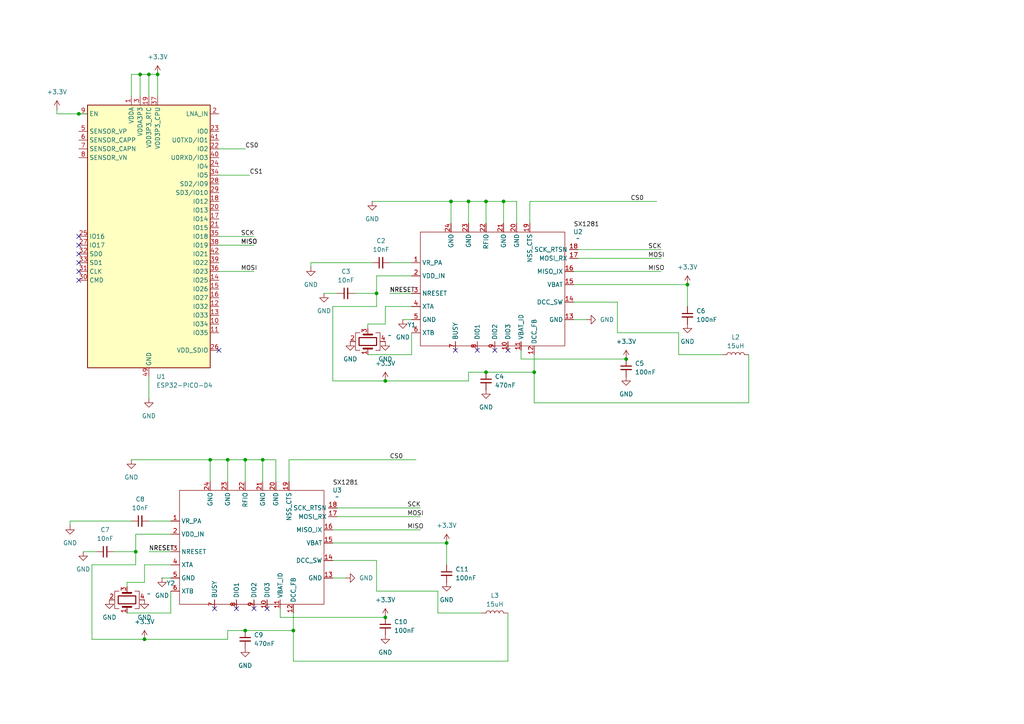
<source format=kicad_sch>
(kicad_sch
	(version 20250114)
	(generator "eeschema")
	(generator_version "9.0")
	(uuid "d3f90342-ec3d-44c2-bb8d-fd1ad00ad1db")
	(paper "A4")
	(lib_symbols
		(symbol "Device:C_Small"
			(pin_numbers
				(hide yes)
			)
			(pin_names
				(offset 0.254)
				(hide yes)
			)
			(exclude_from_sim no)
			(in_bom yes)
			(on_board yes)
			(property "Reference" "C"
				(at 0.254 1.778 0)
				(effects
					(font
						(size 1.27 1.27)
					)
					(justify left)
				)
			)
			(property "Value" "C_Small"
				(at 0.254 -2.032 0)
				(effects
					(font
						(size 1.27 1.27)
					)
					(justify left)
				)
			)
			(property "Footprint" ""
				(at 0 0 0)
				(effects
					(font
						(size 1.27 1.27)
					)
					(hide yes)
				)
			)
			(property "Datasheet" "~"
				(at 0 0 0)
				(effects
					(font
						(size 1.27 1.27)
					)
					(hide yes)
				)
			)
			(property "Description" "Unpolarized capacitor, small symbol"
				(at 0 0 0)
				(effects
					(font
						(size 1.27 1.27)
					)
					(hide yes)
				)
			)
			(property "ki_keywords" "capacitor cap"
				(at 0 0 0)
				(effects
					(font
						(size 1.27 1.27)
					)
					(hide yes)
				)
			)
			(property "ki_fp_filters" "C_*"
				(at 0 0 0)
				(effects
					(font
						(size 1.27 1.27)
					)
					(hide yes)
				)
			)
			(symbol "C_Small_0_1"
				(polyline
					(pts
						(xy -1.524 0.508) (xy 1.524 0.508)
					)
					(stroke
						(width 0.3048)
						(type default)
					)
					(fill
						(type none)
					)
				)
				(polyline
					(pts
						(xy -1.524 -0.508) (xy 1.524 -0.508)
					)
					(stroke
						(width 0.3302)
						(type default)
					)
					(fill
						(type none)
					)
				)
			)
			(symbol "C_Small_1_1"
				(pin passive line
					(at 0 2.54 270)
					(length 2.032)
					(name "~"
						(effects
							(font
								(size 1.27 1.27)
							)
						)
					)
					(number "1"
						(effects
							(font
								(size 1.27 1.27)
							)
						)
					)
				)
				(pin passive line
					(at 0 -2.54 90)
					(length 2.032)
					(name "~"
						(effects
							(font
								(size 1.27 1.27)
							)
						)
					)
					(number "2"
						(effects
							(font
								(size 1.27 1.27)
							)
						)
					)
				)
			)
			(embedded_fonts no)
		)
		(symbol "Device:Crystal_GND24"
			(pin_names
				(offset 1.016)
				(hide yes)
			)
			(exclude_from_sim no)
			(in_bom yes)
			(on_board yes)
			(property "Reference" "Y"
				(at 3.175 5.08 0)
				(effects
					(font
						(size 1.27 1.27)
					)
					(justify left)
				)
			)
			(property "Value" "Crystal_GND24"
				(at 3.175 3.175 0)
				(effects
					(font
						(size 1.27 1.27)
					)
					(justify left)
				)
			)
			(property "Footprint" ""
				(at 0 0 0)
				(effects
					(font
						(size 1.27 1.27)
					)
					(hide yes)
				)
			)
			(property "Datasheet" "~"
				(at 0 0 0)
				(effects
					(font
						(size 1.27 1.27)
					)
					(hide yes)
				)
			)
			(property "Description" "Four pin crystal, GND on pins 2 and 4"
				(at 0 0 0)
				(effects
					(font
						(size 1.27 1.27)
					)
					(hide yes)
				)
			)
			(property "ki_keywords" "quartz ceramic resonator oscillator"
				(at 0 0 0)
				(effects
					(font
						(size 1.27 1.27)
					)
					(hide yes)
				)
			)
			(property "ki_fp_filters" "Crystal*"
				(at 0 0 0)
				(effects
					(font
						(size 1.27 1.27)
					)
					(hide yes)
				)
			)
			(symbol "Crystal_GND24_0_1"
				(polyline
					(pts
						(xy -2.54 2.286) (xy -2.54 3.556) (xy 2.54 3.556) (xy 2.54 2.286)
					)
					(stroke
						(width 0)
						(type default)
					)
					(fill
						(type none)
					)
				)
				(polyline
					(pts
						(xy -2.54 0) (xy -2.032 0)
					)
					(stroke
						(width 0)
						(type default)
					)
					(fill
						(type none)
					)
				)
				(polyline
					(pts
						(xy -2.54 -2.286) (xy -2.54 -3.556) (xy 2.54 -3.556) (xy 2.54 -2.286)
					)
					(stroke
						(width 0)
						(type default)
					)
					(fill
						(type none)
					)
				)
				(polyline
					(pts
						(xy -2.032 -1.27) (xy -2.032 1.27)
					)
					(stroke
						(width 0.508)
						(type default)
					)
					(fill
						(type none)
					)
				)
				(rectangle
					(start -1.143 2.54)
					(end 1.143 -2.54)
					(stroke
						(width 0.3048)
						(type default)
					)
					(fill
						(type none)
					)
				)
				(polyline
					(pts
						(xy 0 3.556) (xy 0 3.81)
					)
					(stroke
						(width 0)
						(type default)
					)
					(fill
						(type none)
					)
				)
				(polyline
					(pts
						(xy 0 -3.81) (xy 0 -3.556)
					)
					(stroke
						(width 0)
						(type default)
					)
					(fill
						(type none)
					)
				)
				(polyline
					(pts
						(xy 2.032 0) (xy 2.54 0)
					)
					(stroke
						(width 0)
						(type default)
					)
					(fill
						(type none)
					)
				)
				(polyline
					(pts
						(xy 2.032 -1.27) (xy 2.032 1.27)
					)
					(stroke
						(width 0.508)
						(type default)
					)
					(fill
						(type none)
					)
				)
			)
			(symbol "Crystal_GND24_1_1"
				(pin passive line
					(at -3.81 0 0)
					(length 1.27)
					(name "1"
						(effects
							(font
								(size 1.27 1.27)
							)
						)
					)
					(number "1"
						(effects
							(font
								(size 1.27 1.27)
							)
						)
					)
				)
				(pin passive line
					(at 0 5.08 270)
					(length 1.27)
					(name "2"
						(effects
							(font
								(size 1.27 1.27)
							)
						)
					)
					(number "2"
						(effects
							(font
								(size 1.27 1.27)
							)
						)
					)
				)
				(pin passive line
					(at 0 -5.08 90)
					(length 1.27)
					(name "4"
						(effects
							(font
								(size 1.27 1.27)
							)
						)
					)
					(number "4"
						(effects
							(font
								(size 1.27 1.27)
							)
						)
					)
				)
				(pin passive line
					(at 3.81 0 180)
					(length 1.27)
					(name "3"
						(effects
							(font
								(size 1.27 1.27)
							)
						)
					)
					(number "3"
						(effects
							(font
								(size 1.27 1.27)
							)
						)
					)
				)
			)
			(embedded_fonts no)
		)
		(symbol "Device:L"
			(pin_numbers
				(hide yes)
			)
			(pin_names
				(offset 1.016)
				(hide yes)
			)
			(exclude_from_sim no)
			(in_bom yes)
			(on_board yes)
			(property "Reference" "L"
				(at -1.27 0 90)
				(effects
					(font
						(size 1.27 1.27)
					)
				)
			)
			(property "Value" "L"
				(at 1.905 0 90)
				(effects
					(font
						(size 1.27 1.27)
					)
				)
			)
			(property "Footprint" ""
				(at 0 0 0)
				(effects
					(font
						(size 1.27 1.27)
					)
					(hide yes)
				)
			)
			(property "Datasheet" "~"
				(at 0 0 0)
				(effects
					(font
						(size 1.27 1.27)
					)
					(hide yes)
				)
			)
			(property "Description" "Inductor"
				(at 0 0 0)
				(effects
					(font
						(size 1.27 1.27)
					)
					(hide yes)
				)
			)
			(property "ki_keywords" "inductor choke coil reactor magnetic"
				(at 0 0 0)
				(effects
					(font
						(size 1.27 1.27)
					)
					(hide yes)
				)
			)
			(property "ki_fp_filters" "Choke_* *Coil* Inductor_* L_*"
				(at 0 0 0)
				(effects
					(font
						(size 1.27 1.27)
					)
					(hide yes)
				)
			)
			(symbol "L_0_1"
				(arc
					(start 0 2.54)
					(mid 0.6323 1.905)
					(end 0 1.27)
					(stroke
						(width 0)
						(type default)
					)
					(fill
						(type none)
					)
				)
				(arc
					(start 0 1.27)
					(mid 0.6323 0.635)
					(end 0 0)
					(stroke
						(width 0)
						(type default)
					)
					(fill
						(type none)
					)
				)
				(arc
					(start 0 0)
					(mid 0.6323 -0.635)
					(end 0 -1.27)
					(stroke
						(width 0)
						(type default)
					)
					(fill
						(type none)
					)
				)
				(arc
					(start 0 -1.27)
					(mid 0.6323 -1.905)
					(end 0 -2.54)
					(stroke
						(width 0)
						(type default)
					)
					(fill
						(type none)
					)
				)
			)
			(symbol "L_1_1"
				(pin passive line
					(at 0 3.81 270)
					(length 1.27)
					(name "1"
						(effects
							(font
								(size 1.27 1.27)
							)
						)
					)
					(number "1"
						(effects
							(font
								(size 1.27 1.27)
							)
						)
					)
				)
				(pin passive line
					(at 0 -3.81 90)
					(length 1.27)
					(name "2"
						(effects
							(font
								(size 1.27 1.27)
							)
						)
					)
					(number "2"
						(effects
							(font
								(size 1.27 1.27)
							)
						)
					)
				)
			)
			(embedded_fonts no)
		)
		(symbol "MCU_Espressif:ESP32-PICO-D4"
			(exclude_from_sim no)
			(in_bom yes)
			(on_board yes)
			(property "Reference" "U"
				(at -17.78 39.37 0)
				(effects
					(font
						(size 1.27 1.27)
					)
					(justify left)
				)
			)
			(property "Value" "ESP32-PICO-D4"
				(at 3.81 39.37 0)
				(effects
					(font
						(size 1.27 1.27)
					)
					(justify left)
				)
			)
			(property "Footprint" "Package_DFN_QFN:QFN-48-1EP_7x7mm_P0.5mm_EP5.3x5.3mm"
				(at 31.75 -39.37 0)
				(effects
					(font
						(size 1.27 1.27)
					)
					(hide yes)
				)
			)
			(property "Datasheet" "https://www.espressif.com/sites/default/files/documentation/esp32-pico-d4_datasheet_en.pdf"
				(at 0 0 0)
				(effects
					(font
						(size 1.27 1.27)
					)
					(hide yes)
				)
			)
			(property "Description" "RF Module, ESP32 SoC, Wi-Fi 802.11b/g/n, Bluetooth, BLE, 32-bit, 2.7-3.6V, external antenna, QFN-48"
				(at 0 0 0)
				(effects
					(font
						(size 1.27 1.27)
					)
					(hide yes)
				)
			)
			(property "ki_keywords" "RF Radio BT ESP ESP32 Espressif external antenna"
				(at 0 0 0)
				(effects
					(font
						(size 1.27 1.27)
					)
					(hide yes)
				)
			)
			(property "ki_fp_filters" "QFN*1EP*7x7mm*P0.5mm*"
				(at 0 0 0)
				(effects
					(font
						(size 1.27 1.27)
					)
					(hide yes)
				)
			)
			(symbol "ESP32-PICO-D4_0_0"
				(pin input line
					(at -20.32 35.56 0)
					(length 2.54)
					(name "EN"
						(effects
							(font
								(size 1.27 1.27)
							)
						)
					)
					(number "9"
						(effects
							(font
								(size 1.27 1.27)
							)
						)
					)
				)
				(pin input line
					(at -20.32 30.48 0)
					(length 2.54)
					(name "SENSOR_VP"
						(effects
							(font
								(size 1.27 1.27)
							)
						)
					)
					(number "5"
						(effects
							(font
								(size 1.27 1.27)
							)
						)
					)
				)
				(pin input line
					(at -20.32 27.94 0)
					(length 2.54)
					(name "SENSOR_CAPP"
						(effects
							(font
								(size 1.27 1.27)
							)
						)
					)
					(number "6"
						(effects
							(font
								(size 1.27 1.27)
							)
						)
					)
				)
				(pin input line
					(at -20.32 25.4 0)
					(length 2.54)
					(name "SENSOR_CAPN"
						(effects
							(font
								(size 1.27 1.27)
							)
						)
					)
					(number "7"
						(effects
							(font
								(size 1.27 1.27)
							)
						)
					)
				)
				(pin input line
					(at -20.32 22.86 0)
					(length 2.54)
					(name "SENSOR_VN"
						(effects
							(font
								(size 1.27 1.27)
							)
						)
					)
					(number "8"
						(effects
							(font
								(size 1.27 1.27)
							)
						)
					)
				)
				(pin bidirectional line
					(at -20.32 0 0)
					(length 2.54)
					(name "IO16"
						(effects
							(font
								(size 1.27 1.27)
							)
						)
					)
					(number "25"
						(effects
							(font
								(size 1.27 1.27)
							)
						)
					)
				)
				(pin bidirectional line
					(at -20.32 -2.54 0)
					(length 2.54)
					(name "IO17"
						(effects
							(font
								(size 1.27 1.27)
							)
						)
					)
					(number "27"
						(effects
							(font
								(size 1.27 1.27)
							)
						)
					)
				)
				(pin bidirectional line
					(at -20.32 -5.08 0)
					(length 2.54)
					(name "SD0"
						(effects
							(font
								(size 1.27 1.27)
							)
						)
					)
					(number "32"
						(effects
							(font
								(size 1.27 1.27)
							)
						)
					)
				)
				(pin bidirectional line
					(at -20.32 -7.62 0)
					(length 2.54)
					(name "SD1"
						(effects
							(font
								(size 1.27 1.27)
							)
						)
					)
					(number "33"
						(effects
							(font
								(size 1.27 1.27)
							)
						)
					)
				)
				(pin bidirectional line
					(at -20.32 -10.16 0)
					(length 2.54)
					(name "CLK"
						(effects
							(font
								(size 1.27 1.27)
							)
						)
					)
					(number "31"
						(effects
							(font
								(size 1.27 1.27)
							)
						)
					)
				)
				(pin bidirectional line
					(at -20.32 -12.7 0)
					(length 2.54)
					(name "CMD"
						(effects
							(font
								(size 1.27 1.27)
							)
						)
					)
					(number "30"
						(effects
							(font
								(size 1.27 1.27)
							)
						)
					)
				)
				(pin no_connect line
					(at -17.78 -25.4 0)
					(length 2.54)
					(hide yes)
					(name "XTAL_N_NC"
						(effects
							(font
								(size 1.27 1.27)
							)
						)
					)
					(number "44"
						(effects
							(font
								(size 1.27 1.27)
							)
						)
					)
				)
				(pin no_connect line
					(at -17.78 -27.94 0)
					(length 2.54)
					(hide yes)
					(name "XTAL_P_NC"
						(effects
							(font
								(size 1.27 1.27)
							)
						)
					)
					(number "45"
						(effects
							(font
								(size 1.27 1.27)
							)
						)
					)
				)
				(pin no_connect line
					(at -17.78 -30.48 0)
					(length 2.54)
					(hide yes)
					(name "CAP2_NC"
						(effects
							(font
								(size 1.27 1.27)
							)
						)
					)
					(number "47"
						(effects
							(font
								(size 1.27 1.27)
							)
						)
					)
				)
				(pin no_connect line
					(at -17.78 -33.02 0)
					(length 2.54)
					(hide yes)
					(name "CAP1_NC"
						(effects
							(font
								(size 1.27 1.27)
							)
						)
					)
					(number "48"
						(effects
							(font
								(size 1.27 1.27)
							)
						)
					)
				)
				(pin power_in line
					(at -5.08 40.64 270)
					(length 2.54)
					(name "VDDA"
						(effects
							(font
								(size 1.27 1.27)
							)
						)
					)
					(number "1"
						(effects
							(font
								(size 1.27 1.27)
							)
						)
					)
				)
				(pin passive line
					(at -5.08 40.64 270)
					(length 2.54)
					(hide yes)
					(name "VDDA"
						(effects
							(font
								(size 1.27 1.27)
							)
						)
					)
					(number "43"
						(effects
							(font
								(size 1.27 1.27)
							)
						)
					)
				)
				(pin passive line
					(at -5.08 40.64 270)
					(length 2.54)
					(hide yes)
					(name "VDDA"
						(effects
							(font
								(size 1.27 1.27)
							)
						)
					)
					(number "46"
						(effects
							(font
								(size 1.27 1.27)
							)
						)
					)
				)
				(pin power_in line
					(at -2.54 40.64 270)
					(length 2.54)
					(name "VDDA3P3"
						(effects
							(font
								(size 1.27 1.27)
							)
						)
					)
					(number "3"
						(effects
							(font
								(size 1.27 1.27)
							)
						)
					)
				)
				(pin passive line
					(at -2.54 40.64 270)
					(length 2.54)
					(hide yes)
					(name "VDDA3P3"
						(effects
							(font
								(size 1.27 1.27)
							)
						)
					)
					(number "4"
						(effects
							(font
								(size 1.27 1.27)
							)
						)
					)
				)
				(pin power_in line
					(at 0 40.64 270)
					(length 2.54)
					(name "VDD3P3_RTC"
						(effects
							(font
								(size 1.27 1.27)
							)
						)
					)
					(number "19"
						(effects
							(font
								(size 1.27 1.27)
							)
						)
					)
				)
				(pin power_in line
					(at 0 -40.64 90)
					(length 2.54)
					(name "GND"
						(effects
							(font
								(size 1.27 1.27)
							)
						)
					)
					(number "49"
						(effects
							(font
								(size 1.27 1.27)
							)
						)
					)
				)
				(pin power_in line
					(at 2.54 40.64 270)
					(length 2.54)
					(name "VDD3P3_CPU"
						(effects
							(font
								(size 1.27 1.27)
							)
						)
					)
					(number "37"
						(effects
							(font
								(size 1.27 1.27)
							)
						)
					)
				)
				(pin bidirectional line
					(at 20.32 35.56 180)
					(length 2.54)
					(name "LNA_IN"
						(effects
							(font
								(size 1.27 1.27)
							)
						)
					)
					(number "2"
						(effects
							(font
								(size 1.27 1.27)
							)
						)
					)
				)
				(pin bidirectional line
					(at 20.32 30.48 180)
					(length 2.54)
					(name "IO0"
						(effects
							(font
								(size 1.27 1.27)
							)
						)
					)
					(number "23"
						(effects
							(font
								(size 1.27 1.27)
							)
						)
					)
				)
				(pin bidirectional line
					(at 20.32 27.94 180)
					(length 2.54)
					(name "U0TXD/IO1"
						(effects
							(font
								(size 1.27 1.27)
							)
						)
					)
					(number "41"
						(effects
							(font
								(size 1.27 1.27)
							)
						)
					)
				)
				(pin bidirectional line
					(at 20.32 25.4 180)
					(length 2.54)
					(name "IO2"
						(effects
							(font
								(size 1.27 1.27)
							)
						)
					)
					(number "22"
						(effects
							(font
								(size 1.27 1.27)
							)
						)
					)
				)
				(pin bidirectional line
					(at 20.32 22.86 180)
					(length 2.54)
					(name "U0RXD/IO3"
						(effects
							(font
								(size 1.27 1.27)
							)
						)
					)
					(number "40"
						(effects
							(font
								(size 1.27 1.27)
							)
						)
					)
				)
				(pin bidirectional line
					(at 20.32 20.32 180)
					(length 2.54)
					(name "IO4"
						(effects
							(font
								(size 1.27 1.27)
							)
						)
					)
					(number "24"
						(effects
							(font
								(size 1.27 1.27)
							)
						)
					)
				)
				(pin bidirectional line
					(at 20.32 17.78 180)
					(length 2.54)
					(name "IO5"
						(effects
							(font
								(size 1.27 1.27)
							)
						)
					)
					(number "34"
						(effects
							(font
								(size 1.27 1.27)
							)
						)
					)
				)
				(pin bidirectional line
					(at 20.32 15.24 180)
					(length 2.54)
					(name "SD2/IO9"
						(effects
							(font
								(size 1.27 1.27)
							)
						)
					)
					(number "28"
						(effects
							(font
								(size 1.27 1.27)
							)
						)
					)
				)
				(pin bidirectional line
					(at 20.32 12.7 180)
					(length 2.54)
					(name "SD3/IO10"
						(effects
							(font
								(size 1.27 1.27)
							)
						)
					)
					(number "29"
						(effects
							(font
								(size 1.27 1.27)
							)
						)
					)
				)
				(pin bidirectional line
					(at 20.32 10.16 180)
					(length 2.54)
					(name "IO12"
						(effects
							(font
								(size 1.27 1.27)
							)
						)
					)
					(number "18"
						(effects
							(font
								(size 1.27 1.27)
							)
						)
					)
				)
				(pin bidirectional line
					(at 20.32 7.62 180)
					(length 2.54)
					(name "IO13"
						(effects
							(font
								(size 1.27 1.27)
							)
						)
					)
					(number "20"
						(effects
							(font
								(size 1.27 1.27)
							)
						)
					)
				)
				(pin bidirectional line
					(at 20.32 5.08 180)
					(length 2.54)
					(name "IO14"
						(effects
							(font
								(size 1.27 1.27)
							)
						)
					)
					(number "17"
						(effects
							(font
								(size 1.27 1.27)
							)
						)
					)
				)
				(pin bidirectional line
					(at 20.32 2.54 180)
					(length 2.54)
					(name "IO15"
						(effects
							(font
								(size 1.27 1.27)
							)
						)
					)
					(number "21"
						(effects
							(font
								(size 1.27 1.27)
							)
						)
					)
				)
				(pin bidirectional line
					(at 20.32 0 180)
					(length 2.54)
					(name "IO18"
						(effects
							(font
								(size 1.27 1.27)
							)
						)
					)
					(number "35"
						(effects
							(font
								(size 1.27 1.27)
							)
						)
					)
				)
				(pin bidirectional line
					(at 20.32 -2.54 180)
					(length 2.54)
					(name "IO19"
						(effects
							(font
								(size 1.27 1.27)
							)
						)
					)
					(number "38"
						(effects
							(font
								(size 1.27 1.27)
							)
						)
					)
				)
				(pin bidirectional line
					(at 20.32 -5.08 180)
					(length 2.54)
					(name "IO21"
						(effects
							(font
								(size 1.27 1.27)
							)
						)
					)
					(number "42"
						(effects
							(font
								(size 1.27 1.27)
							)
						)
					)
				)
				(pin bidirectional line
					(at 20.32 -7.62 180)
					(length 2.54)
					(name "IO22"
						(effects
							(font
								(size 1.27 1.27)
							)
						)
					)
					(number "39"
						(effects
							(font
								(size 1.27 1.27)
							)
						)
					)
				)
				(pin bidirectional line
					(at 20.32 -10.16 180)
					(length 2.54)
					(name "IO23"
						(effects
							(font
								(size 1.27 1.27)
							)
						)
					)
					(number "36"
						(effects
							(font
								(size 1.27 1.27)
							)
						)
					)
				)
				(pin bidirectional line
					(at 20.32 -12.7 180)
					(length 2.54)
					(name "IO25"
						(effects
							(font
								(size 1.27 1.27)
							)
						)
					)
					(number "14"
						(effects
							(font
								(size 1.27 1.27)
							)
						)
					)
				)
				(pin bidirectional line
					(at 20.32 -15.24 180)
					(length 2.54)
					(name "IO26"
						(effects
							(font
								(size 1.27 1.27)
							)
						)
					)
					(number "15"
						(effects
							(font
								(size 1.27 1.27)
							)
						)
					)
				)
				(pin bidirectional line
					(at 20.32 -17.78 180)
					(length 2.54)
					(name "IO27"
						(effects
							(font
								(size 1.27 1.27)
							)
						)
					)
					(number "16"
						(effects
							(font
								(size 1.27 1.27)
							)
						)
					)
				)
				(pin bidirectional line
					(at 20.32 -20.32 180)
					(length 2.54)
					(name "IO32"
						(effects
							(font
								(size 1.27 1.27)
							)
						)
					)
					(number "12"
						(effects
							(font
								(size 1.27 1.27)
							)
						)
					)
				)
				(pin bidirectional line
					(at 20.32 -22.86 180)
					(length 2.54)
					(name "IO33"
						(effects
							(font
								(size 1.27 1.27)
							)
						)
					)
					(number "13"
						(effects
							(font
								(size 1.27 1.27)
							)
						)
					)
				)
				(pin input line
					(at 20.32 -25.4 180)
					(length 2.54)
					(name "IO34"
						(effects
							(font
								(size 1.27 1.27)
							)
						)
					)
					(number "10"
						(effects
							(font
								(size 1.27 1.27)
							)
						)
					)
				)
				(pin input line
					(at 20.32 -27.94 180)
					(length 2.54)
					(name "IO35"
						(effects
							(font
								(size 1.27 1.27)
							)
						)
					)
					(number "11"
						(effects
							(font
								(size 1.27 1.27)
							)
						)
					)
				)
				(pin power_out line
					(at 20.32 -33.02 180)
					(length 2.54)
					(name "VDD_SDIO"
						(effects
							(font
								(size 1.27 1.27)
							)
						)
					)
					(number "26"
						(effects
							(font
								(size 1.27 1.27)
							)
						)
					)
				)
			)
			(symbol "ESP32-PICO-D4_0_1"
				(rectangle
					(start -17.78 38.1)
					(end 17.78 -38.1)
					(stroke
						(width 0.254)
						(type default)
					)
					(fill
						(type background)
					)
				)
			)
			(embedded_fonts no)
		)
		(symbol "New_Library:Uebung"
			(exclude_from_sim no)
			(in_bom yes)
			(on_board yes)
			(property "Reference" "U"
				(at 0 0 0)
				(effects
					(font
						(size 1.27 1.27)
					)
				)
			)
			(property "Value" ""
				(at 0 0 0)
				(effects
					(font
						(size 1.27 1.27)
					)
				)
			)
			(property "Footprint" ""
				(at 0 0 0)
				(effects
					(font
						(size 1.27 1.27)
					)
					(hide yes)
				)
			)
			(property "Datasheet" ""
				(at 0 0 0)
				(effects
					(font
						(size 1.27 1.27)
					)
					(hide yes)
				)
			)
			(property "Description" ""
				(at 0 0 0)
				(effects
					(font
						(size 1.27 1.27)
					)
					(hide yes)
				)
			)
			(symbol "Uebung_0_1"
				(rectangle
					(start 5.08 -40.64)
					(end 46.99 -73.66)
					(stroke
						(width 0)
						(type default)
					)
					(fill
						(type none)
					)
				)
			)
			(symbol "Uebung_1_1"
				(pin input line
					(at 2.54 -49.53 0)
					(length 2.54)
					(name "VR_PA"
						(effects
							(font
								(size 1.27 1.27)
							)
						)
					)
					(number "1"
						(effects
							(font
								(size 1.27 1.27)
							)
						)
					)
				)
				(pin input line
					(at 2.54 -53.34 0)
					(length 2.54)
					(name "VDD_IN"
						(effects
							(font
								(size 1.27 1.27)
							)
						)
					)
					(number "2"
						(effects
							(font
								(size 1.27 1.27)
							)
						)
					)
				)
				(pin input line
					(at 2.54 -58.42 0)
					(length 2.54)
					(name "NRESET"
						(effects
							(font
								(size 1.27 1.27)
							)
						)
					)
					(number "3"
						(effects
							(font
								(size 1.27 1.27)
							)
						)
					)
				)
				(pin input line
					(at 2.54 -62.23 0)
					(length 2.54)
					(name "XTA"
						(effects
							(font
								(size 1.27 1.27)
							)
						)
					)
					(number "4"
						(effects
							(font
								(size 1.27 1.27)
							)
						)
					)
				)
				(pin input line
					(at 2.54 -66.04 0)
					(length 2.54)
					(name "GND"
						(effects
							(font
								(size 1.27 1.27)
							)
						)
					)
					(number "5"
						(effects
							(font
								(size 1.27 1.27)
							)
						)
					)
				)
				(pin input line
					(at 2.54 -69.85 0)
					(length 2.54)
					(name "XTB"
						(effects
							(font
								(size 1.27 1.27)
							)
						)
					)
					(number "6"
						(effects
							(font
								(size 1.27 1.27)
							)
						)
					)
				)
				(pin output line
					(at 13.97 -38.1 270)
					(length 2.54)
					(name "GNO"
						(effects
							(font
								(size 1.27 1.27)
							)
						)
					)
					(number "24"
						(effects
							(font
								(size 1.27 1.27)
							)
						)
					)
				)
				(pin output line
					(at 15.24 -74.93 90)
					(length 2.54)
					(name "BUSY"
						(effects
							(font
								(size 1.27 1.27)
							)
						)
					)
					(number "7"
						(effects
							(font
								(size 1.27 1.27)
							)
						)
					)
				)
				(pin output line
					(at 19.05 -38.1 270)
					(length 2.54)
					(name "GND"
						(effects
							(font
								(size 1.27 1.27)
							)
						)
					)
					(number "23"
						(effects
							(font
								(size 1.27 1.27)
							)
						)
					)
				)
				(pin output line
					(at 21.59 -74.93 90)
					(length 2.54)
					(name "DIO1"
						(effects
							(font
								(size 1.27 1.27)
							)
						)
					)
					(number "8"
						(effects
							(font
								(size 1.27 1.27)
							)
						)
					)
				)
				(pin output line
					(at 24.13 -38.1 270)
					(length 2.54)
					(name "RFIO"
						(effects
							(font
								(size 1.27 1.27)
							)
						)
					)
					(number "22"
						(effects
							(font
								(size 1.27 1.27)
							)
						)
					)
				)
				(pin output line
					(at 26.67 -74.93 90)
					(length 2.54)
					(name "DIO2"
						(effects
							(font
								(size 1.27 1.27)
							)
						)
					)
					(number "9"
						(effects
							(font
								(size 1.27 1.27)
							)
						)
					)
				)
				(pin output line
					(at 29.21 -38.1 270)
					(length 2.54)
					(name "GNO"
						(effects
							(font
								(size 1.27 1.27)
							)
						)
					)
					(number "21"
						(effects
							(font
								(size 1.27 1.27)
							)
						)
					)
				)
				(pin output line
					(at 30.48 -74.93 90)
					(length 2.54)
					(name "DIO3"
						(effects
							(font
								(size 1.27 1.27)
							)
						)
					)
					(number "10"
						(effects
							(font
								(size 1.27 1.27)
							)
						)
					)
				)
				(pin output line
					(at 33.02 -38.1 270)
					(length 2.54)
					(name "GND"
						(effects
							(font
								(size 1.27 1.27)
							)
						)
					)
					(number "20"
						(effects
							(font
								(size 1.27 1.27)
							)
						)
					)
				)
				(pin output line
					(at 34.29 -74.93 90)
					(length 2.54)
					(name "VBAT_ID"
						(effects
							(font
								(size 1.27 1.27)
							)
						)
					)
					(number "11"
						(effects
							(font
								(size 1.27 1.27)
							)
						)
					)
				)
				(pin output line
					(at 36.83 -38.1 270)
					(length 2.54)
					(name "NSS_CTS"
						(effects
							(font
								(size 1.27 1.27)
							)
						)
					)
					(number "19"
						(effects
							(font
								(size 1.27 1.27)
							)
						)
					)
				)
				(pin output line
					(at 38.1 -76.2 90)
					(length 2.54)
					(name "DCC_FB"
						(effects
							(font
								(size 1.27 1.27)
							)
						)
					)
					(number "12"
						(effects
							(font
								(size 1.27 1.27)
							)
						)
					)
				)
				(pin input line
					(at 49.53 -52.07 180)
					(length 2.54)
					(name "MISO_IX"
						(effects
							(font
								(size 1.27 1.27)
							)
						)
					)
					(number "16"
						(effects
							(font
								(size 1.27 1.27)
							)
						)
					)
				)
				(pin input line
					(at 49.53 -55.88 180)
					(length 2.54)
					(name "VBAT"
						(effects
							(font
								(size 1.27 1.27)
							)
						)
					)
					(number "15"
						(effects
							(font
								(size 1.27 1.27)
							)
						)
					)
				)
				(pin input line
					(at 49.53 -60.96 180)
					(length 2.54)
					(name "DCC_SW"
						(effects
							(font
								(size 1.27 1.27)
							)
						)
					)
					(number "14"
						(effects
							(font
								(size 1.27 1.27)
							)
						)
					)
				)
				(pin input line
					(at 49.53 -66.04 180)
					(length 2.54)
					(name "GND"
						(effects
							(font
								(size 1.27 1.27)
							)
						)
					)
					(number "13"
						(effects
							(font
								(size 1.27 1.27)
							)
						)
					)
				)
				(pin input line
					(at 50.8 -45.72 180)
					(length 2.54)
					(name "SCK_RTSN"
						(effects
							(font
								(size 1.27 1.27)
							)
						)
					)
					(number "18"
						(effects
							(font
								(size 1.27 1.27)
							)
						)
					)
				)
				(pin input line
					(at 50.8 -48.26 180)
					(length 2.54)
					(name "MOSI_RX"
						(effects
							(font
								(size 1.27 1.27)
							)
						)
					)
					(number "17"
						(effects
							(font
								(size 1.27 1.27)
							)
						)
					)
				)
			)
			(embedded_fonts no)
		)
		(symbol "power:+3.3V"
			(power)
			(pin_numbers
				(hide yes)
			)
			(pin_names
				(offset 0)
				(hide yes)
			)
			(exclude_from_sim no)
			(in_bom yes)
			(on_board yes)
			(property "Reference" "#PWR"
				(at 0 -3.81 0)
				(effects
					(font
						(size 1.27 1.27)
					)
					(hide yes)
				)
			)
			(property "Value" "+3.3V"
				(at 0 3.556 0)
				(effects
					(font
						(size 1.27 1.27)
					)
				)
			)
			(property "Footprint" ""
				(at 0 0 0)
				(effects
					(font
						(size 1.27 1.27)
					)
					(hide yes)
				)
			)
			(property "Datasheet" ""
				(at 0 0 0)
				(effects
					(font
						(size 1.27 1.27)
					)
					(hide yes)
				)
			)
			(property "Description" "Power symbol creates a global label with name \"+3.3V\""
				(at 0 0 0)
				(effects
					(font
						(size 1.27 1.27)
					)
					(hide yes)
				)
			)
			(property "ki_keywords" "global power"
				(at 0 0 0)
				(effects
					(font
						(size 1.27 1.27)
					)
					(hide yes)
				)
			)
			(symbol "+3.3V_0_1"
				(polyline
					(pts
						(xy -0.762 1.27) (xy 0 2.54)
					)
					(stroke
						(width 0)
						(type default)
					)
					(fill
						(type none)
					)
				)
				(polyline
					(pts
						(xy 0 2.54) (xy 0.762 1.27)
					)
					(stroke
						(width 0)
						(type default)
					)
					(fill
						(type none)
					)
				)
				(polyline
					(pts
						(xy 0 0) (xy 0 2.54)
					)
					(stroke
						(width 0)
						(type default)
					)
					(fill
						(type none)
					)
				)
			)
			(symbol "+3.3V_1_1"
				(pin power_in line
					(at 0 0 90)
					(length 0)
					(name "~"
						(effects
							(font
								(size 1.27 1.27)
							)
						)
					)
					(number "1"
						(effects
							(font
								(size 1.27 1.27)
							)
						)
					)
				)
			)
			(embedded_fonts no)
		)
		(symbol "power:GND"
			(power)
			(pin_numbers
				(hide yes)
			)
			(pin_names
				(offset 0)
				(hide yes)
			)
			(exclude_from_sim no)
			(in_bom yes)
			(on_board yes)
			(property "Reference" "#PWR"
				(at 0 -6.35 0)
				(effects
					(font
						(size 1.27 1.27)
					)
					(hide yes)
				)
			)
			(property "Value" "GND"
				(at 0 -3.81 0)
				(effects
					(font
						(size 1.27 1.27)
					)
				)
			)
			(property "Footprint" ""
				(at 0 0 0)
				(effects
					(font
						(size 1.27 1.27)
					)
					(hide yes)
				)
			)
			(property "Datasheet" ""
				(at 0 0 0)
				(effects
					(font
						(size 1.27 1.27)
					)
					(hide yes)
				)
			)
			(property "Description" "Power symbol creates a global label with name \"GND\" , ground"
				(at 0 0 0)
				(effects
					(font
						(size 1.27 1.27)
					)
					(hide yes)
				)
			)
			(property "ki_keywords" "global power"
				(at 0 0 0)
				(effects
					(font
						(size 1.27 1.27)
					)
					(hide yes)
				)
			)
			(symbol "GND_0_1"
				(polyline
					(pts
						(xy 0 0) (xy 0 -1.27) (xy 1.27 -1.27) (xy 0 -2.54) (xy -1.27 -1.27) (xy 0 -1.27)
					)
					(stroke
						(width 0)
						(type default)
					)
					(fill
						(type none)
					)
				)
			)
			(symbol "GND_1_1"
				(pin power_in line
					(at 0 0 270)
					(length 0)
					(name "~"
						(effects
							(font
								(size 1.27 1.27)
							)
						)
					)
					(number "1"
						(effects
							(font
								(size 1.27 1.27)
							)
						)
					)
				)
			)
			(embedded_fonts no)
		)
	)
	(junction
		(at 60.96 133.35)
		(diameter 0)
		(color 0 0 0 0)
		(uuid "07fe6204-ecb4-4f0c-8446-678e8b5e9667")
	)
	(junction
		(at 109.22 85.09)
		(diameter 0)
		(color 0 0 0 0)
		(uuid "0f319dc9-d425-4270-88b2-6f7ade70c4ac")
	)
	(junction
		(at 135.89 58.42)
		(diameter 0)
		(color 0 0 0 0)
		(uuid "0f9b4561-fa64-42bc-99e0-c9ea4089a8a9")
	)
	(junction
		(at 181.61 104.14)
		(diameter 0)
		(color 0 0 0 0)
		(uuid "2bab6939-6b70-4c5f-b8fd-02b2c9fbbb86")
	)
	(junction
		(at 140.97 58.42)
		(diameter 0)
		(color 0 0 0 0)
		(uuid "3756de47-6729-4d9d-82cc-0cdaa21b824b")
	)
	(junction
		(at 41.91 185.42)
		(diameter 0)
		(color 0 0 0 0)
		(uuid "3934b2f6-20d1-4d2b-b73b-ec4fc75562e2")
	)
	(junction
		(at 22.86 33.02)
		(diameter 0)
		(color 0 0 0 0)
		(uuid "3960ccf7-84c5-455f-9516-53405d27c7be")
	)
	(junction
		(at 140.97 107.95)
		(diameter 0)
		(color 0 0 0 0)
		(uuid "3d7b6707-7c8c-44a9-a7af-a41540403fd2")
	)
	(junction
		(at 43.18 21.59)
		(diameter 0)
		(color 0 0 0 0)
		(uuid "49076679-0a4a-4f10-820e-f8a80d08818e")
	)
	(junction
		(at 111.76 179.07)
		(diameter 0)
		(color 0 0 0 0)
		(uuid "4ea2fd33-a90d-4ba4-88d5-fb0a80d4d15e")
	)
	(junction
		(at 154.94 107.95)
		(diameter 0)
		(color 0 0 0 0)
		(uuid "545a7e36-8691-4cc3-884d-95e08ffcf296")
	)
	(junction
		(at 111.76 110.49)
		(diameter 0)
		(color 0 0 0 0)
		(uuid "5abcba16-eaab-4b80-9172-fd82d84ae519")
	)
	(junction
		(at 199.39 82.55)
		(diameter 0)
		(color 0 0 0 0)
		(uuid "7eb9bd7e-e7d5-44e7-be92-d6367875ee7f")
	)
	(junction
		(at 85.09 182.88)
		(diameter 0)
		(color 0 0 0 0)
		(uuid "7f031409-b9df-464f-aa45-cd1a33150686")
	)
	(junction
		(at 66.04 133.35)
		(diameter 0)
		(color 0 0 0 0)
		(uuid "a26e127e-e4df-4c47-a827-444d87e9f490")
	)
	(junction
		(at 40.64 21.59)
		(diameter 0)
		(color 0 0 0 0)
		(uuid "b07da641-de80-4ab1-ad27-b963cb63e355")
	)
	(junction
		(at 76.2 133.35)
		(diameter 0)
		(color 0 0 0 0)
		(uuid "b2fc0b18-b615-4617-8b05-6d94359eb52c")
	)
	(junction
		(at 45.72 21.59)
		(diameter 0)
		(color 0 0 0 0)
		(uuid "b513b571-5757-49e8-ac27-646cd1900284")
	)
	(junction
		(at 39.37 160.02)
		(diameter 0)
		(color 0 0 0 0)
		(uuid "bbdc3b6e-08ad-46c4-b8d5-c20416a222f4")
	)
	(junction
		(at 129.54 157.48)
		(diameter 0)
		(color 0 0 0 0)
		(uuid "c29fb2f8-cb1d-44e4-af82-b604de5c56d6")
	)
	(junction
		(at 71.12 182.88)
		(diameter 0)
		(color 0 0 0 0)
		(uuid "c7c080dc-c8e6-4190-a97a-40d9a7590832")
	)
	(junction
		(at 71.12 133.35)
		(diameter 0)
		(color 0 0 0 0)
		(uuid "d059769a-be8b-4d53-a5a9-aacdd1a1a059")
	)
	(junction
		(at 146.05 58.42)
		(diameter 0)
		(color 0 0 0 0)
		(uuid "dd364581-5080-4e64-ab02-f94e558942c7")
	)
	(junction
		(at 130.81 58.42)
		(diameter 0)
		(color 0 0 0 0)
		(uuid "fdee5c1c-c51e-4f4a-a4c6-8a35aa312b64")
	)
	(no_connect
		(at 132.08 101.6)
		(uuid "0a9858b1-1e26-42d8-9f0c-dc54ee462b34")
	)
	(no_connect
		(at 22.86 76.2)
		(uuid "3da4507d-8917-45b6-af7b-4a393f08f70e")
	)
	(no_connect
		(at 22.86 81.28)
		(uuid "554d72cd-d254-48b6-8dbb-5a7ef216f3c8")
	)
	(no_connect
		(at 147.32 101.6)
		(uuid "55fb0746-443f-45e2-a4dd-142800c0e44a")
	)
	(no_connect
		(at 22.86 71.12)
		(uuid "59141aef-4e6f-4212-ab4f-7ae73cfc1d1a")
	)
	(no_connect
		(at 22.86 78.74)
		(uuid "5ec98c47-e30b-4831-86ae-f95ca2497d07")
	)
	(no_connect
		(at 22.86 68.58)
		(uuid "768d7b98-0e0b-41fe-bc58-e2f619af33f1")
	)
	(no_connect
		(at 68.58 176.53)
		(uuid "81807d53-c828-44a4-b66d-c34c08108fd1")
	)
	(no_connect
		(at 62.23 176.53)
		(uuid "86f532c9-c20c-4735-a646-bc820bdfa32c")
	)
	(no_connect
		(at 143.51 101.6)
		(uuid "8bb4ce8a-79ef-4eee-990a-acecfb66cfd1")
	)
	(no_connect
		(at 22.86 73.66)
		(uuid "8e7ec5a9-1ee5-47c2-9a81-3da23ff1aa74")
	)
	(no_connect
		(at 63.5 101.6)
		(uuid "9eb6c283-d840-46a7-80aa-c72f5edf1c54")
	)
	(no_connect
		(at 77.47 176.53)
		(uuid "b08c8cd4-232f-4b33-8953-a7b45e914a7d")
	)
	(no_connect
		(at 138.43 101.6)
		(uuid "caafb576-3747-452f-b859-f85033b6422c")
	)
	(no_connect
		(at 73.66 176.53)
		(uuid "d6d9c096-e4e0-49d3-9e17-63627b3ca184")
	)
	(wire
		(pts
			(xy 46.99 167.64) (xy 49.53 167.64)
		)
		(stroke
			(width 0)
			(type default)
		)
		(uuid "06699822-8f3d-49f4-b399-57b2696360c3")
	)
	(wire
		(pts
			(xy 40.64 21.59) (xy 43.18 21.59)
		)
		(stroke
			(width 0)
			(type default)
		)
		(uuid "08ff905b-92fe-45a9-b350-2d490a9d30af")
	)
	(wire
		(pts
			(xy 140.97 64.77) (xy 140.97 58.42)
		)
		(stroke
			(width 0)
			(type default)
		)
		(uuid "09e200f4-4183-45bd-96f0-93f744732622")
	)
	(wire
		(pts
			(xy 81.28 179.07) (xy 111.76 179.07)
		)
		(stroke
			(width 0)
			(type default)
		)
		(uuid "0ad2ef08-ca1e-45f7-bcbc-6eba5158a60d")
	)
	(wire
		(pts
			(xy 60.96 133.35) (xy 38.1 133.35)
		)
		(stroke
			(width 0)
			(type default)
		)
		(uuid "0de4b098-553c-4258-b64f-a22472ecd695")
	)
	(wire
		(pts
			(xy 199.39 82.55) (xy 199.39 88.9)
		)
		(stroke
			(width 0)
			(type default)
		)
		(uuid "0fa3d0b8-aedd-4e80-a12f-a5dc22ef9c6f")
	)
	(wire
		(pts
			(xy 41.91 185.42) (xy 66.04 185.42)
		)
		(stroke
			(width 0)
			(type default)
		)
		(uuid "10fcae73-2f84-41b5-ae8b-f28074e355a5")
	)
	(wire
		(pts
			(xy 60.96 139.7) (xy 60.96 133.35)
		)
		(stroke
			(width 0)
			(type default)
		)
		(uuid "1bc48d2a-cde3-4507-a125-d62e5e472bb7")
	)
	(wire
		(pts
			(xy 43.18 109.22) (xy 43.18 115.57)
		)
		(stroke
			(width 0)
			(type default)
		)
		(uuid "1bdc274f-23f2-46a5-ae42-518755a63d15")
	)
	(wire
		(pts
			(xy 96.52 110.49) (xy 111.76 110.49)
		)
		(stroke
			(width 0)
			(type default)
		)
		(uuid "1be1c8a0-bc4e-456c-b450-3aa63f04d1ca")
	)
	(wire
		(pts
			(xy 49.53 171.45) (xy 49.53 177.8)
		)
		(stroke
			(width 0)
			(type default)
		)
		(uuid "1eb890f4-3ba0-4245-ba7a-186ebf909f74")
	)
	(wire
		(pts
			(xy 147.32 191.77) (xy 85.09 191.77)
		)
		(stroke
			(width 0)
			(type default)
		)
		(uuid "20aceee8-2ef6-422c-b773-6e6fc4aaadbe")
	)
	(wire
		(pts
			(xy 146.05 64.77) (xy 146.05 58.42)
		)
		(stroke
			(width 0)
			(type default)
		)
		(uuid "21ca531e-e362-4510-aac8-9ccd6f9a8de7")
	)
	(wire
		(pts
			(xy 154.94 116.84) (xy 154.94 107.95)
		)
		(stroke
			(width 0)
			(type default)
		)
		(uuid "294f6bc9-4174-4748-99b4-224ab625bc16")
	)
	(wire
		(pts
			(xy 24.13 160.02) (xy 27.94 160.02)
		)
		(stroke
			(width 0)
			(type default)
		)
		(uuid "2a647dbd-4f9d-41f2-b95f-fbbd1e883543")
	)
	(wire
		(pts
			(xy 113.03 76.2) (xy 119.38 76.2)
		)
		(stroke
			(width 0)
			(type default)
		)
		(uuid "2a707036-c575-4a5b-b809-9cf92fde6123")
	)
	(wire
		(pts
			(xy 154.94 107.95) (xy 154.94 102.87)
		)
		(stroke
			(width 0)
			(type default)
		)
		(uuid "2b4145f1-5591-45bb-a66d-bf71d64b847a")
	)
	(wire
		(pts
			(xy 106.68 102.87) (xy 119.38 102.87)
		)
		(stroke
			(width 0)
			(type default)
		)
		(uuid "2bbcf991-7377-4317-8aa7-4de48b7ddc49")
	)
	(wire
		(pts
			(xy 135.89 64.77) (xy 135.89 58.42)
		)
		(stroke
			(width 0)
			(type default)
		)
		(uuid "2bd51aff-3bbe-4609-884b-737c2191941f")
	)
	(wire
		(pts
			(xy 109.22 85.09) (xy 109.22 88.9)
		)
		(stroke
			(width 0)
			(type default)
		)
		(uuid "2dae2149-d719-4e4d-9cf4-e46b4c042c8b")
	)
	(wire
		(pts
			(xy 90.17 76.2) (xy 90.17 77.47)
		)
		(stroke
			(width 0)
			(type default)
		)
		(uuid "2db3e4cc-eb3c-49f1-9197-e1b2c7b99275")
	)
	(wire
		(pts
			(xy 109.22 88.9) (xy 96.52 88.9)
		)
		(stroke
			(width 0)
			(type default)
		)
		(uuid "358b559f-ea55-42f3-9853-fb0353728436")
	)
	(wire
		(pts
			(xy 153.67 64.77) (xy 153.67 58.42)
		)
		(stroke
			(width 0)
			(type default)
		)
		(uuid "37d64385-e179-4655-b68e-9b5d30151b34")
	)
	(wire
		(pts
			(xy 85.09 191.77) (xy 85.09 182.88)
		)
		(stroke
			(width 0)
			(type default)
		)
		(uuid "38343fa0-9cf3-471a-9c9a-e203d42c0072")
	)
	(wire
		(pts
			(xy 119.38 96.52) (xy 119.38 102.87)
		)
		(stroke
			(width 0)
			(type default)
		)
		(uuid "3ca78e10-df65-4903-9954-fdf44a7048e6")
	)
	(wire
		(pts
			(xy 63.5 50.8) (xy 72.39 50.8)
		)
		(stroke
			(width 0)
			(type default)
		)
		(uuid "3e6f0adc-be9a-496d-8c02-53f4a6eab6d4")
	)
	(wire
		(pts
			(xy 45.72 21.59) (xy 45.72 27.94)
		)
		(stroke
			(width 0)
			(type default)
		)
		(uuid "40d3d836-fc33-489c-bf54-196721e502dd")
	)
	(wire
		(pts
			(xy 38.1 27.94) (xy 38.1 21.59)
		)
		(stroke
			(width 0)
			(type default)
		)
		(uuid "4156a8d2-47c1-4011-a3c6-a42a23c01362")
	)
	(wire
		(pts
			(xy 130.81 58.42) (xy 107.95 58.42)
		)
		(stroke
			(width 0)
			(type default)
		)
		(uuid "41f84d32-17dc-4eec-9228-b47738b7bcb8")
	)
	(wire
		(pts
			(xy 149.86 58.42) (xy 146.05 58.42)
		)
		(stroke
			(width 0)
			(type default)
		)
		(uuid "42176c7b-17ec-423e-b9d1-368fa67c5e2f")
	)
	(wire
		(pts
			(xy 43.18 21.59) (xy 43.18 27.94)
		)
		(stroke
			(width 0)
			(type default)
		)
		(uuid "423a87c3-cc4d-4020-a763-4daaa6b324ef")
	)
	(wire
		(pts
			(xy 66.04 182.88) (xy 66.04 185.42)
		)
		(stroke
			(width 0)
			(type default)
		)
		(uuid "4362f227-64f1-4b74-a2a6-6aa71cf94d6d")
	)
	(wire
		(pts
			(xy 39.37 154.94) (xy 39.37 160.02)
		)
		(stroke
			(width 0)
			(type default)
		)
		(uuid "45512542-d46c-4a9a-b88a-91f66c8f96d5")
	)
	(wire
		(pts
			(xy 135.89 107.95) (xy 135.89 110.49)
		)
		(stroke
			(width 0)
			(type default)
		)
		(uuid "467cb621-b0ac-4696-ad56-9644bac89619")
	)
	(wire
		(pts
			(xy 22.86 33.02) (xy 25.4 33.02)
		)
		(stroke
			(width 0)
			(type default)
		)
		(uuid "472b95b8-2e15-46cf-b041-8a1dfe347ec9")
	)
	(wire
		(pts
			(xy 107.95 76.2) (xy 90.17 76.2)
		)
		(stroke
			(width 0)
			(type default)
		)
		(uuid "481475cb-10ec-401e-90fc-a62af68ac243")
	)
	(wire
		(pts
			(xy 96.52 157.48) (xy 129.54 157.48)
		)
		(stroke
			(width 0)
			(type default)
		)
		(uuid "48298433-3d30-479a-99bf-0989604cfc20")
	)
	(wire
		(pts
			(xy 66.04 182.88) (xy 71.12 182.88)
		)
		(stroke
			(width 0)
			(type default)
		)
		(uuid "4a58b667-256c-4700-a92f-d8ba0d0157ed")
	)
	(wire
		(pts
			(xy 109.22 162.56) (xy 109.22 171.45)
		)
		(stroke
			(width 0)
			(type default)
		)
		(uuid "4b5ddd80-4c65-47ae-9edb-57d7382e1d6d")
	)
	(wire
		(pts
			(xy 217.17 116.84) (xy 154.94 116.84)
		)
		(stroke
			(width 0)
			(type default)
		)
		(uuid "4b7d2c19-fd1c-4ba2-b48d-92af51f3ca0f")
	)
	(wire
		(pts
			(xy 38.1 21.59) (xy 40.64 21.59)
		)
		(stroke
			(width 0)
			(type default)
		)
		(uuid "4bb8df81-7633-4c9a-ab5f-b8d6c8612d55")
	)
	(wire
		(pts
			(xy 140.97 107.95) (xy 154.94 107.95)
		)
		(stroke
			(width 0)
			(type default)
		)
		(uuid "4c040ef0-c47e-4412-9702-dc9b814dec92")
	)
	(wire
		(pts
			(xy 111.76 110.49) (xy 135.89 110.49)
		)
		(stroke
			(width 0)
			(type default)
		)
		(uuid "4d45d33f-b598-49d5-8310-64a840875857")
	)
	(wire
		(pts
			(xy 166.37 87.63) (xy 179.07 87.63)
		)
		(stroke
			(width 0)
			(type default)
		)
		(uuid "50218332-8741-45a9-9ff6-90e1870f5e01")
	)
	(wire
		(pts
			(xy 106.68 93.98) (xy 106.68 95.25)
		)
		(stroke
			(width 0)
			(type default)
		)
		(uuid "505cd4bb-2790-4e16-ba5c-4fd247a5ab36")
	)
	(wire
		(pts
			(xy 71.12 133.35) (xy 66.04 133.35)
		)
		(stroke
			(width 0)
			(type default)
		)
		(uuid "511e78d3-b21c-45d6-bb18-f13d291d60c8")
	)
	(wire
		(pts
			(xy 83.82 133.35) (xy 120.65 133.35)
		)
		(stroke
			(width 0)
			(type default)
		)
		(uuid "55840deb-03a2-45b9-8f9d-ed89fe8d35fb")
	)
	(wire
		(pts
			(xy 41.91 168.91) (xy 36.83 168.91)
		)
		(stroke
			(width 0)
			(type default)
		)
		(uuid "58428b91-015f-421c-8bae-f842bea82d1f")
	)
	(wire
		(pts
			(xy 43.18 151.13) (xy 49.53 151.13)
		)
		(stroke
			(width 0)
			(type default)
		)
		(uuid "588a4d11-69c1-4a6d-8abe-ecb98aca0be8")
	)
	(wire
		(pts
			(xy 93.98 85.09) (xy 97.79 85.09)
		)
		(stroke
			(width 0)
			(type default)
		)
		(uuid "5bb4eaa9-90e1-4e20-84d2-405b8d0e349e")
	)
	(wire
		(pts
			(xy 217.17 102.87) (xy 217.17 116.84)
		)
		(stroke
			(width 0)
			(type default)
		)
		(uuid "5c365564-ad37-467e-b3d9-98458fb3e291")
	)
	(wire
		(pts
			(xy 167.64 72.39) (xy 191.77 72.39)
		)
		(stroke
			(width 0)
			(type default)
		)
		(uuid "5d71256a-dfe1-4677-9fd8-1c97a929f0c1")
	)
	(wire
		(pts
			(xy 151.13 104.14) (xy 181.61 104.14)
		)
		(stroke
			(width 0)
			(type default)
		)
		(uuid "60ec28b2-d9ef-40c5-a4a9-8b525345de27")
	)
	(wire
		(pts
			(xy 71.12 182.88) (xy 85.09 182.88)
		)
		(stroke
			(width 0)
			(type default)
		)
		(uuid "653897ea-86bd-40b7-9931-2bea464e11b8")
	)
	(wire
		(pts
			(xy 66.04 133.35) (xy 60.96 133.35)
		)
		(stroke
			(width 0)
			(type default)
		)
		(uuid "6853f9f7-1ba3-49c7-ad47-bd62f878dbb1")
	)
	(wire
		(pts
			(xy 179.07 87.63) (xy 179.07 96.52)
		)
		(stroke
			(width 0)
			(type default)
		)
		(uuid "6b079f8c-fc0f-4c74-be36-040b885f9443")
	)
	(wire
		(pts
			(xy 130.81 64.77) (xy 130.81 58.42)
		)
		(stroke
			(width 0)
			(type default)
		)
		(uuid "6b5430b6-ee83-4847-9e15-1a1bcbfa002a")
	)
	(wire
		(pts
			(xy 63.5 71.12) (xy 73.66 71.12)
		)
		(stroke
			(width 0)
			(type default)
		)
		(uuid "73ab09b3-b66e-46ae-b18a-adedc94b0a32")
	)
	(wire
		(pts
			(xy 102.87 85.09) (xy 109.22 85.09)
		)
		(stroke
			(width 0)
			(type default)
		)
		(uuid "746600fb-6012-41a3-824c-c14101031594")
	)
	(wire
		(pts
			(xy 63.5 68.58) (xy 73.66 68.58)
		)
		(stroke
			(width 0)
			(type default)
		)
		(uuid "7a3f2dbe-e57f-4898-ba8e-5b8460863603")
	)
	(wire
		(pts
			(xy 111.76 93.98) (xy 106.68 93.98)
		)
		(stroke
			(width 0)
			(type default)
		)
		(uuid "7bf58e46-1892-46bb-8048-a9ac85d87612")
	)
	(wire
		(pts
			(xy 49.53 163.83) (xy 41.91 163.83)
		)
		(stroke
			(width 0)
			(type default)
		)
		(uuid "7e3dbe80-66d1-4327-8207-3c829cb32438")
	)
	(wire
		(pts
			(xy 71.12 139.7) (xy 71.12 133.35)
		)
		(stroke
			(width 0)
			(type default)
		)
		(uuid "83855ae4-ffb2-425f-a800-55655f6db615")
	)
	(wire
		(pts
			(xy 109.22 80.01) (xy 109.22 85.09)
		)
		(stroke
			(width 0)
			(type default)
		)
		(uuid "8388435d-cef6-4f0c-b20c-ea0174b8f3b5")
	)
	(wire
		(pts
			(xy 76.2 139.7) (xy 76.2 133.35)
		)
		(stroke
			(width 0)
			(type default)
		)
		(uuid "8408e161-f97c-41a1-b6fd-72e6104613e6")
	)
	(wire
		(pts
			(xy 119.38 80.01) (xy 109.22 80.01)
		)
		(stroke
			(width 0)
			(type default)
		)
		(uuid "84b41cc6-6c17-4c9e-a443-59a8fa3b056d")
	)
	(wire
		(pts
			(xy 26.67 185.42) (xy 41.91 185.42)
		)
		(stroke
			(width 0)
			(type default)
		)
		(uuid "878a69a7-8a90-46a7-b957-ed43c72080ed")
	)
	(wire
		(pts
			(xy 97.79 149.86) (xy 121.92 149.86)
		)
		(stroke
			(width 0)
			(type default)
		)
		(uuid "8794ffe1-b306-4743-b34a-d58b3687b0b8")
	)
	(wire
		(pts
			(xy 196.85 102.87) (xy 209.55 102.87)
		)
		(stroke
			(width 0)
			(type default)
		)
		(uuid "8cd436bf-3978-4452-852c-cb910a89049b")
	)
	(wire
		(pts
			(xy 81.28 176.53) (xy 81.28 179.07)
		)
		(stroke
			(width 0)
			(type default)
		)
		(uuid "8cd794ed-1513-42bd-8c6e-171b13e4a1c0")
	)
	(wire
		(pts
			(xy 166.37 78.74) (xy 191.77 78.74)
		)
		(stroke
			(width 0)
			(type default)
		)
		(uuid "8d2f2e92-ef18-431c-a7d8-3a231429b483")
	)
	(wire
		(pts
			(xy 76.2 133.35) (xy 71.12 133.35)
		)
		(stroke
			(width 0)
			(type default)
		)
		(uuid "9519e1c2-a6fc-4487-b828-80a80d23b349")
	)
	(wire
		(pts
			(xy 149.86 64.77) (xy 149.86 58.42)
		)
		(stroke
			(width 0)
			(type default)
		)
		(uuid "98be0ad3-4d7d-484d-84ad-ab1f18dbfd1f")
	)
	(wire
		(pts
			(xy 111.76 88.9) (xy 111.76 93.98)
		)
		(stroke
			(width 0)
			(type default)
		)
		(uuid "9c750881-b92a-4092-84ab-15b2730da93b")
	)
	(wire
		(pts
			(xy 39.37 160.02) (xy 39.37 163.83)
		)
		(stroke
			(width 0)
			(type default)
		)
		(uuid "9fd9c117-fa38-4140-82fe-0508bf2877d0")
	)
	(wire
		(pts
			(xy 83.82 139.7) (xy 83.82 133.35)
		)
		(stroke
			(width 0)
			(type default)
		)
		(uuid "a37eb55f-eabf-4eeb-8a13-e4e2438e752c")
	)
	(wire
		(pts
			(xy 129.54 157.48) (xy 129.54 163.83)
		)
		(stroke
			(width 0)
			(type default)
		)
		(uuid "a477e63d-2e70-4a4c-bb18-668c2ce9bbf7")
	)
	(wire
		(pts
			(xy 85.09 182.88) (xy 85.09 177.8)
		)
		(stroke
			(width 0)
			(type default)
		)
		(uuid "a50f5c5d-347c-41c6-be00-5e62abbe5559")
	)
	(wire
		(pts
			(xy 127 177.8) (xy 139.7 177.8)
		)
		(stroke
			(width 0)
			(type default)
		)
		(uuid "a66cd355-f77f-473f-955c-f9a9bd490774")
	)
	(wire
		(pts
			(xy 179.07 96.52) (xy 196.85 96.52)
		)
		(stroke
			(width 0)
			(type default)
		)
		(uuid "aaa7b0b6-16a6-4097-8389-7242bf617cb0")
	)
	(wire
		(pts
			(xy 196.85 96.52) (xy 196.85 102.87)
		)
		(stroke
			(width 0)
			(type default)
		)
		(uuid "ac28b3af-6290-4835-89ba-ed5e34790e27")
	)
	(wire
		(pts
			(xy 16.51 31.75) (xy 16.51 33.02)
		)
		(stroke
			(width 0)
			(type default)
		)
		(uuid "acdbf9a1-ed7e-4fa0-8f35-af0e27d13e10")
	)
	(wire
		(pts
			(xy 63.5 43.18) (xy 71.12 43.18)
		)
		(stroke
			(width 0)
			(type default)
		)
		(uuid "ae0bac94-1828-4c45-9c92-c0434e6bd722")
	)
	(wire
		(pts
			(xy 16.51 33.02) (xy 22.86 33.02)
		)
		(stroke
			(width 0)
			(type default)
		)
		(uuid "aeaf47b0-fd02-4c61-8cee-48805e4a7f8e")
	)
	(wire
		(pts
			(xy 41.91 163.83) (xy 41.91 168.91)
		)
		(stroke
			(width 0)
			(type default)
		)
		(uuid "b056acde-a93d-4ac6-94eb-26ffdf043da0")
	)
	(wire
		(pts
			(xy 33.02 160.02) (xy 39.37 160.02)
		)
		(stroke
			(width 0)
			(type default)
		)
		(uuid "b1ed2785-3d69-4721-8e36-67f120bcfb8d")
	)
	(wire
		(pts
			(xy 147.32 177.8) (xy 147.32 191.77)
		)
		(stroke
			(width 0)
			(type default)
		)
		(uuid "b298972b-a19d-402f-8a4d-4660693c539f")
	)
	(wire
		(pts
			(xy 96.52 88.9) (xy 96.52 110.49)
		)
		(stroke
			(width 0)
			(type default)
		)
		(uuid "b2b32c1f-0c20-4514-8d89-a5df820097f3")
	)
	(wire
		(pts
			(xy 151.13 101.6) (xy 151.13 104.14)
		)
		(stroke
			(width 0)
			(type default)
		)
		(uuid "b4c1d153-c2d8-4e90-903c-bb0017f4d12e")
	)
	(wire
		(pts
			(xy 153.67 58.42) (xy 190.5 58.42)
		)
		(stroke
			(width 0)
			(type default)
		)
		(uuid "b6817574-7220-4240-b55e-2599c6a1e972")
	)
	(wire
		(pts
			(xy 96.52 162.56) (xy 109.22 162.56)
		)
		(stroke
			(width 0)
			(type default)
		)
		(uuid "b8202c35-0926-4af5-a5ae-ee6c90378d94")
	)
	(wire
		(pts
			(xy 167.64 74.93) (xy 191.77 74.93)
		)
		(stroke
			(width 0)
			(type default)
		)
		(uuid "bb1a3d5b-9282-433a-a494-6c1d042849a1")
	)
	(wire
		(pts
			(xy 20.32 151.13) (xy 20.32 152.4)
		)
		(stroke
			(width 0)
			(type default)
		)
		(uuid "c1c148d3-a841-4c1f-b3a2-68b5282fe0a4")
	)
	(wire
		(pts
			(xy 26.67 163.83) (xy 26.67 185.42)
		)
		(stroke
			(width 0)
			(type default)
		)
		(uuid "c36a938b-494c-403b-b4c9-56249683da70")
	)
	(wire
		(pts
			(xy 40.64 21.59) (xy 40.64 27.94)
		)
		(stroke
			(width 0)
			(type default)
		)
		(uuid "c5c33f83-d842-4ab7-9e37-622be1f8aee9")
	)
	(wire
		(pts
			(xy 80.01 133.35) (xy 76.2 133.35)
		)
		(stroke
			(width 0)
			(type default)
		)
		(uuid "c80c1470-ff09-4cfa-a28b-8e009de05e8a")
	)
	(wire
		(pts
			(xy 80.01 139.7) (xy 80.01 133.35)
		)
		(stroke
			(width 0)
			(type default)
		)
		(uuid "ca490e32-c635-4989-9d54-ef5885389878")
	)
	(wire
		(pts
			(xy 166.37 92.71) (xy 170.18 92.71)
		)
		(stroke
			(width 0)
			(type default)
		)
		(uuid "ca4ffb18-4908-4a9b-abd6-4f24de1bf53d")
	)
	(wire
		(pts
			(xy 49.53 154.94) (xy 39.37 154.94)
		)
		(stroke
			(width 0)
			(type default)
		)
		(uuid "cb5030a6-591c-4307-8f76-44019904dab5")
	)
	(wire
		(pts
			(xy 36.83 177.8) (xy 49.53 177.8)
		)
		(stroke
			(width 0)
			(type default)
		)
		(uuid "cb671ca1-31e5-4949-b964-52e2b3b2d85b")
	)
	(wire
		(pts
			(xy 116.84 92.71) (xy 119.38 92.71)
		)
		(stroke
			(width 0)
			(type default)
		)
		(uuid "ce4218f6-0f57-414e-bf8a-a9e8b4a7851a")
	)
	(wire
		(pts
			(xy 113.03 85.09) (xy 119.38 85.09)
		)
		(stroke
			(width 0)
			(type default)
		)
		(uuid "d07bafa1-b681-4c7c-9055-c6515bb58452")
	)
	(wire
		(pts
			(xy 109.22 171.45) (xy 127 171.45)
		)
		(stroke
			(width 0)
			(type default)
		)
		(uuid "d07e728a-dd10-4d6a-9cd8-13a43d0098ec")
	)
	(wire
		(pts
			(xy 166.37 82.55) (xy 199.39 82.55)
		)
		(stroke
			(width 0)
			(type default)
		)
		(uuid "d489430d-696f-4d4e-bbc6-73f6327ef995")
	)
	(wire
		(pts
			(xy 97.79 147.32) (xy 121.92 147.32)
		)
		(stroke
			(width 0)
			(type default)
		)
		(uuid "d4d6072f-e7e7-409d-b778-1ab886c6d209")
	)
	(wire
		(pts
			(xy 43.18 160.02) (xy 49.53 160.02)
		)
		(stroke
			(width 0)
			(type default)
		)
		(uuid "d50be94c-ee0e-4238-9ffe-2932ce712d66")
	)
	(wire
		(pts
			(xy 140.97 58.42) (xy 135.89 58.42)
		)
		(stroke
			(width 0)
			(type default)
		)
		(uuid "d8cdf128-e19b-4f69-a809-475b8247496d")
	)
	(wire
		(pts
			(xy 146.05 58.42) (xy 140.97 58.42)
		)
		(stroke
			(width 0)
			(type default)
		)
		(uuid "dcacc005-a9d4-417b-a944-9244a2c8c448")
	)
	(wire
		(pts
			(xy 127 171.45) (xy 127 177.8)
		)
		(stroke
			(width 0)
			(type default)
		)
		(uuid "de65267a-9dc5-4295-ba05-b90a4fc1f3b6")
	)
	(wire
		(pts
			(xy 135.89 58.42) (xy 130.81 58.42)
		)
		(stroke
			(width 0)
			(type default)
		)
		(uuid "e3122132-8269-41a5-b14a-cb37744621bb")
	)
	(wire
		(pts
			(xy 36.83 168.91) (xy 36.83 170.18)
		)
		(stroke
			(width 0)
			(type default)
		)
		(uuid "e4a61041-e731-40bc-82a3-f258cdf45803")
	)
	(wire
		(pts
			(xy 66.04 139.7) (xy 66.04 133.35)
		)
		(stroke
			(width 0)
			(type default)
		)
		(uuid "e918ec70-6643-4547-b3c8-1373e63bcfe7")
	)
	(wire
		(pts
			(xy 38.1 151.13) (xy 20.32 151.13)
		)
		(stroke
			(width 0)
			(type default)
		)
		(uuid "ec24015a-7d6d-48a0-b862-aabc7dd7f420")
	)
	(wire
		(pts
			(xy 63.5 78.74) (xy 73.66 78.74)
		)
		(stroke
			(width 0)
			(type default)
		)
		(uuid "ec598925-63b4-4d07-96da-46e2bee32e9b")
	)
	(wire
		(pts
			(xy 135.89 107.95) (xy 140.97 107.95)
		)
		(stroke
			(width 0)
			(type default)
		)
		(uuid "ef5c568d-691e-4bef-b033-43afb3f0d639")
	)
	(wire
		(pts
			(xy 43.18 21.59) (xy 45.72 21.59)
		)
		(stroke
			(width 0)
			(type default)
		)
		(uuid "f1e85a84-eb74-4422-9a87-252ba5e13cb9")
	)
	(wire
		(pts
			(xy 96.52 167.64) (xy 100.33 167.64)
		)
		(stroke
			(width 0)
			(type default)
		)
		(uuid "f86758c4-a742-407a-864b-32c31ae47a2e")
	)
	(wire
		(pts
			(xy 119.38 88.9) (xy 111.76 88.9)
		)
		(stroke
			(width 0)
			(type default)
		)
		(uuid "f915471a-3502-441e-80f3-621fa1dd4af4")
	)
	(wire
		(pts
			(xy 96.52 153.67) (xy 121.92 153.67)
		)
		(stroke
			(width 0)
			(type default)
		)
		(uuid "f9b9c762-60fb-445b-96ec-92483dd29d74")
	)
	(wire
		(pts
			(xy 39.37 163.83) (xy 26.67 163.83)
		)
		(stroke
			(width 0)
			(type default)
		)
		(uuid "ff109ad1-c05e-4338-809b-e0e88cce717c")
	)
	(label "MISO"
		(at 118.11 153.67 0)
		(effects
			(font
				(size 1.27 1.27)
			)
			(justify left bottom)
		)
		(uuid "143ba02e-da76-4b95-ae5d-af1a0e98e146")
	)
	(label "NRESET"
		(at 43.18 160.02 0)
		(effects
			(font
				(size 1.27 1.27)
			)
			(justify left bottom)
		)
		(uuid "16f3bd07-a337-4156-ade5-d9325213679c")
	)
	(label "NRESET"
		(at 113.03 85.09 0)
		(effects
			(font
				(size 1.27 1.27)
			)
			(justify left bottom)
		)
		(uuid "3734ce4d-8063-4523-a36f-547d6824fb90")
	)
	(label "MOSI"
		(at 187.96 74.93 0)
		(effects
			(font
				(size 1.27 1.27)
			)
			(justify left bottom)
		)
		(uuid "47dab365-f9a3-42fe-be18-cc696a50141f")
	)
	(label "CS1"
		(at 72.39 50.8 0)
		(effects
			(font
				(size 1.27 1.27)
			)
			(justify left bottom)
		)
		(uuid "50e9a7b1-1ad2-4768-a1d5-e5158a0e7d51")
	)
	(label "CS0"
		(at 182.88 58.42 0)
		(effects
			(font
				(size 1.27 1.27)
			)
			(justify left bottom)
		)
		(uuid "6838b474-348e-481c-b100-6635a58003fd")
	)
	(label "SX1281"
		(at 166.37 66.04 0)
		(effects
			(font
				(size 1.27 1.27)
			)
			(justify left bottom)
		)
		(uuid "722dcb8f-739e-4fa8-b4dc-aeae27df7f7b")
	)
	(label "CS0"
		(at 71.12 43.18 0)
		(effects
			(font
				(size 1.27 1.27)
			)
			(justify left bottom)
		)
		(uuid "7337287f-2481-47c4-8c90-ea63aa0bfa85")
	)
	(label "MISO"
		(at 187.96 78.74 0)
		(effects
			(font
				(size 1.27 1.27)
			)
			(justify left bottom)
		)
		(uuid "777a6c4f-1ed6-4b30-a68a-776184cde2c2")
	)
	(label "SCK"
		(at 69.85 68.58 0)
		(effects
			(font
				(size 1.27 1.27)
			)
			(justify left bottom)
		)
		(uuid "84b706a8-5719-4c1a-a194-47f4c08769ff")
	)
	(label "MOSI"
		(at 118.11 149.86 0)
		(effects
			(font
				(size 1.27 1.27)
			)
			(justify left bottom)
		)
		(uuid "927d9bac-9e05-4d8c-97be-53e38f979e00")
	)
	(label "MISO"
		(at 69.85 71.12 0)
		(effects
			(font
				(size 1.27 1.27)
			)
			(justify left bottom)
		)
		(uuid "a58b5c47-6924-48f0-86e5-467bb99007cc")
	)
	(label "NRESET"
		(at 113.03 85.09 0)
		(effects
			(font
				(size 1.27 1.27)
			)
			(justify left bottom)
		)
		(uuid "b2a04084-8424-42da-afe5-627c732383a9")
	)
	(label "MISO"
		(at 69.85 71.12 0)
		(effects
			(font
				(size 1.27 1.27)
			)
			(justify left bottom)
		)
		(uuid "bb76fd10-d984-42d9-a021-080bbf52d943")
	)
	(label "SCK"
		(at 187.96 72.39 0)
		(effects
			(font
				(size 1.27 1.27)
			)
			(justify left bottom)
		)
		(uuid "c324987c-1561-4de6-9269-05e54ab6e59b")
	)
	(label "MOSI"
		(at 69.85 78.74 0)
		(effects
			(font
				(size 1.27 1.27)
			)
			(justify left bottom)
		)
		(uuid "dd1dc4da-aacf-42cf-9188-53a109676ffd")
	)
	(label "SX1281"
		(at 96.52 140.97 0)
		(effects
			(font
				(size 1.27 1.27)
			)
			(justify left bottom)
		)
		(uuid "e06aad15-f913-462f-9c11-d90a9b529b69")
	)
	(label "CS0"
		(at 113.03 133.35 0)
		(effects
			(font
				(size 1.27 1.27)
			)
			(justify left bottom)
		)
		(uuid "ebb1e33a-7ae2-4e86-b240-0b79935c08e4")
	)
	(label "NRESET"
		(at 43.18 160.02 0)
		(effects
			(font
				(size 1.27 1.27)
			)
			(justify left bottom)
		)
		(uuid "fe1aa076-c585-4998-b126-2fc3a4d97400")
	)
	(label "SCK"
		(at 118.11 147.32 0)
		(effects
			(font
				(size 1.27 1.27)
			)
			(justify left bottom)
		)
		(uuid "fff66f61-5283-4534-a904-b2781f8cf269")
	)
	(symbol
		(lib_id "Device:C_Small")
		(at 181.61 106.68 0)
		(unit 1)
		(exclude_from_sim no)
		(in_bom yes)
		(on_board yes)
		(dnp no)
		(fields_autoplaced yes)
		(uuid "082391d1-4a99-48b5-bdb7-9f732e52342d")
		(property "Reference" "C5"
			(at 184.15 105.4162 0)
			(effects
				(font
					(size 1.27 1.27)
				)
				(justify left)
			)
		)
		(property "Value" "100nF"
			(at 184.15 107.9562 0)
			(effects
				(font
					(size 1.27 1.27)
				)
				(justify left)
			)
		)
		(property "Footprint" ""
			(at 181.61 106.68 0)
			(effects
				(font
					(size 1.27 1.27)
				)
				(hide yes)
			)
		)
		(property "Datasheet" "~"
			(at 181.61 106.68 0)
			(effects
				(font
					(size 1.27 1.27)
				)
				(hide yes)
			)
		)
		(property "Description" "Unpolarized capacitor, small symbol"
			(at 181.61 106.68 0)
			(effects
				(font
					(size 1.27 1.27)
				)
				(hide yes)
			)
		)
		(pin "2"
			(uuid "4dca5e38-7534-4363-b93d-a2a45c5b3003")
		)
		(pin "1"
			(uuid "2ff0784e-551e-4f7d-b8ab-c047ab64d215")
		)
		(instances
			(project ""
				(path "/d3f90342-ec3d-44c2-bb8d-fd1ad00ad1db"
					(reference "C5")
					(unit 1)
				)
			)
		)
	)
	(symbol
		(lib_id "Device:C_Small")
		(at 110.49 76.2 90)
		(unit 1)
		(exclude_from_sim no)
		(in_bom yes)
		(on_board yes)
		(dnp no)
		(fields_autoplaced yes)
		(uuid "117392b4-86cd-49de-aad6-e8cd4fc7c09d")
		(property "Reference" "C2"
			(at 110.4963 69.85 90)
			(effects
				(font
					(size 1.27 1.27)
				)
			)
		)
		(property "Value" "10nF"
			(at 110.4963 72.39 90)
			(effects
				(font
					(size 1.27 1.27)
				)
			)
		)
		(property "Footprint" ""
			(at 110.49 76.2 0)
			(effects
				(font
					(size 1.27 1.27)
				)
				(hide yes)
			)
		)
		(property "Datasheet" "~"
			(at 110.49 76.2 0)
			(effects
				(font
					(size 1.27 1.27)
				)
				(hide yes)
			)
		)
		(property "Description" "Unpolarized capacitor, small symbol"
			(at 110.49 76.2 0)
			(effects
				(font
					(size 1.27 1.27)
				)
				(hide yes)
			)
		)
		(pin "1"
			(uuid "f3c82b1d-a896-4eb8-8573-648753deabc5")
		)
		(pin "2"
			(uuid "863cd546-7ef3-4629-b331-0102f8162d18")
		)
		(instances
			(project ""
				(path "/d3f90342-ec3d-44c2-bb8d-fd1ad00ad1db"
					(reference "C2")
					(unit 1)
				)
			)
		)
	)
	(symbol
		(lib_id "Device:L")
		(at 143.51 177.8 90)
		(unit 1)
		(exclude_from_sim no)
		(in_bom yes)
		(on_board yes)
		(dnp no)
		(fields_autoplaced yes)
		(uuid "18c2b52c-d685-479f-8c67-dab3f1c5f508")
		(property "Reference" "L3"
			(at 143.51 172.72 90)
			(effects
				(font
					(size 1.27 1.27)
				)
			)
		)
		(property "Value" "15uH"
			(at 143.51 175.26 90)
			(effects
				(font
					(size 1.27 1.27)
				)
			)
		)
		(property "Footprint" ""
			(at 143.51 177.8 0)
			(effects
				(font
					(size 1.27 1.27)
				)
				(hide yes)
			)
		)
		(property "Datasheet" "~"
			(at 143.51 177.8 0)
			(effects
				(font
					(size 1.27 1.27)
				)
				(hide yes)
			)
		)
		(property "Description" "Inductor"
			(at 143.51 177.8 0)
			(effects
				(font
					(size 1.27 1.27)
				)
				(hide yes)
			)
		)
		(pin "1"
			(uuid "019a2be0-3e61-498a-8674-a5dfe9dc72cb")
		)
		(pin "2"
			(uuid "b15074a0-9ddc-45a5-8d38-7325b851e6dd")
		)
		(instances
			(project "new Sympol"
				(path "/d3f90342-ec3d-44c2-bb8d-fd1ad00ad1db"
					(reference "L3")
					(unit 1)
				)
			)
		)
	)
	(symbol
		(lib_id "power:GND")
		(at 90.17 77.47 0)
		(unit 1)
		(exclude_from_sim no)
		(in_bom yes)
		(on_board yes)
		(dnp no)
		(fields_autoplaced yes)
		(uuid "1a7575e4-a96b-4d74-951a-9af76cb03d65")
		(property "Reference" "#PWR08"
			(at 90.17 83.82 0)
			(effects
				(font
					(size 1.27 1.27)
				)
				(hide yes)
			)
		)
		(property "Value" "GND"
			(at 90.17 82.55 0)
			(effects
				(font
					(size 1.27 1.27)
				)
			)
		)
		(property "Footprint" ""
			(at 90.17 77.47 0)
			(effects
				(font
					(size 1.27 1.27)
				)
				(hide yes)
			)
		)
		(property "Datasheet" ""
			(at 90.17 77.47 0)
			(effects
				(font
					(size 1.27 1.27)
				)
				(hide yes)
			)
		)
		(property "Description" "Power symbol creates a global label with name \"GND\" , ground"
			(at 90.17 77.47 0)
			(effects
				(font
					(size 1.27 1.27)
				)
				(hide yes)
			)
		)
		(pin "1"
			(uuid "0511c228-3465-44af-abe7-106068ef05da")
		)
		(instances
			(project ""
				(path "/d3f90342-ec3d-44c2-bb8d-fd1ad00ad1db"
					(reference "#PWR08")
					(unit 1)
				)
			)
		)
	)
	(symbol
		(lib_id "power:GND")
		(at 71.12 187.96 0)
		(unit 1)
		(exclude_from_sim no)
		(in_bom yes)
		(on_board yes)
		(dnp no)
		(fields_autoplaced yes)
		(uuid "24b7b3f2-ee98-48af-96ca-3c1d8cf915e2")
		(property "Reference" "#PWR021"
			(at 71.12 194.31 0)
			(effects
				(font
					(size 1.27 1.27)
				)
				(hide yes)
			)
		)
		(property "Value" "GND"
			(at 71.12 193.04 0)
			(effects
				(font
					(size 1.27 1.27)
				)
			)
		)
		(property "Footprint" ""
			(at 71.12 187.96 0)
			(effects
				(font
					(size 1.27 1.27)
				)
				(hide yes)
			)
		)
		(property "Datasheet" ""
			(at 71.12 187.96 0)
			(effects
				(font
					(size 1.27 1.27)
				)
				(hide yes)
			)
		)
		(property "Description" "Power symbol creates a global label with name \"GND\" , ground"
			(at 71.12 187.96 0)
			(effects
				(font
					(size 1.27 1.27)
				)
				(hide yes)
			)
		)
		(pin "1"
			(uuid "4fb2f8b9-5cd2-4349-92cf-aae24bebdfd9")
		)
		(instances
			(project "new Sympol"
				(path "/d3f90342-ec3d-44c2-bb8d-fd1ad00ad1db"
					(reference "#PWR021")
					(unit 1)
				)
			)
		)
	)
	(symbol
		(lib_id "power:GND")
		(at 111.76 184.15 0)
		(unit 1)
		(exclude_from_sim no)
		(in_bom yes)
		(on_board yes)
		(dnp no)
		(fields_autoplaced yes)
		(uuid "25af1ff8-dcf9-4e59-b8b5-d55ea533a2c3")
		(property "Reference" "#PWR024"
			(at 111.76 190.5 0)
			(effects
				(font
					(size 1.27 1.27)
				)
				(hide yes)
			)
		)
		(property "Value" "GND"
			(at 111.76 189.23 0)
			(effects
				(font
					(size 1.27 1.27)
				)
			)
		)
		(property "Footprint" ""
			(at 111.76 184.15 0)
			(effects
				(font
					(size 1.27 1.27)
				)
				(hide yes)
			)
		)
		(property "Datasheet" ""
			(at 111.76 184.15 0)
			(effects
				(font
					(size 1.27 1.27)
				)
				(hide yes)
			)
		)
		(property "Description" "Power symbol creates a global label with name \"GND\" , ground"
			(at 111.76 184.15 0)
			(effects
				(font
					(size 1.27 1.27)
				)
				(hide yes)
			)
		)
		(pin "1"
			(uuid "32daf9cc-a9ea-4a40-91d4-cfa4b8d2e7bb")
		)
		(instances
			(project "new Sympol"
				(path "/d3f90342-ec3d-44c2-bb8d-fd1ad00ad1db"
					(reference "#PWR024")
					(unit 1)
				)
			)
		)
	)
	(symbol
		(lib_id "power:GND")
		(at 24.13 160.02 0)
		(unit 1)
		(exclude_from_sim no)
		(in_bom yes)
		(on_board yes)
		(dnp no)
		(fields_autoplaced yes)
		(uuid "265cad00-36f2-414e-9c4a-9600f8c1b0ff")
		(property "Reference" "#PWR015"
			(at 24.13 166.37 0)
			(effects
				(font
					(size 1.27 1.27)
				)
				(hide yes)
			)
		)
		(property "Value" "GND"
			(at 24.13 165.1 0)
			(effects
				(font
					(size 1.27 1.27)
				)
			)
		)
		(property "Footprint" ""
			(at 24.13 160.02 0)
			(effects
				(font
					(size 1.27 1.27)
				)
				(hide yes)
			)
		)
		(property "Datasheet" ""
			(at 24.13 160.02 0)
			(effects
				(font
					(size 1.27 1.27)
				)
				(hide yes)
			)
		)
		(property "Description" "Power symbol creates a global label with name \"GND\" , ground"
			(at 24.13 160.02 0)
			(effects
				(font
					(size 1.27 1.27)
				)
				(hide yes)
			)
		)
		(pin "1"
			(uuid "ae78f316-b632-4617-bc40-fa09f0f76aa1")
		)
		(instances
			(project "new Sympol"
				(path "/d3f90342-ec3d-44c2-bb8d-fd1ad00ad1db"
					(reference "#PWR015")
					(unit 1)
				)
			)
		)
	)
	(symbol
		(lib_id "Device:C_Small")
		(at 71.12 185.42 0)
		(unit 1)
		(exclude_from_sim no)
		(in_bom yes)
		(on_board yes)
		(dnp no)
		(fields_autoplaced yes)
		(uuid "33a92da9-922f-4d18-aa4f-483f3518ead8")
		(property "Reference" "C9"
			(at 73.66 184.1562 0)
			(effects
				(font
					(size 1.27 1.27)
				)
				(justify left)
			)
		)
		(property "Value" "470nF"
			(at 73.66 186.6962 0)
			(effects
				(font
					(size 1.27 1.27)
				)
				(justify left)
			)
		)
		(property "Footprint" ""
			(at 71.12 185.42 0)
			(effects
				(font
					(size 1.27 1.27)
				)
				(hide yes)
			)
		)
		(property "Datasheet" "~"
			(at 71.12 185.42 0)
			(effects
				(font
					(size 1.27 1.27)
				)
				(hide yes)
			)
		)
		(property "Description" "Unpolarized capacitor, small symbol"
			(at 71.12 185.42 0)
			(effects
				(font
					(size 1.27 1.27)
				)
				(hide yes)
			)
		)
		(pin "1"
			(uuid "c1d6a99a-49b9-4f9a-a1ce-06d472476f20")
		)
		(pin "2"
			(uuid "a25eb45d-d697-4394-ac38-608b365d8516")
		)
		(instances
			(project "new Sympol"
				(path "/d3f90342-ec3d-44c2-bb8d-fd1ad00ad1db"
					(reference "C9")
					(unit 1)
				)
			)
		)
	)
	(symbol
		(lib_id "Device:Crystal_GND24")
		(at 36.83 173.99 90)
		(unit 1)
		(exclude_from_sim no)
		(in_bom yes)
		(on_board yes)
		(dnp no)
		(uuid "3465872a-7dbc-4ba6-a1d0-ce481e04b9d3")
		(property "Reference" "Y2"
			(at 49.53 169.164 90)
			(effects
				(font
					(size 1.27 1.27)
				)
			)
		)
		(property "Value" "~"
			(at 43.18 172.2119 90)
			(effects
				(font
					(size 1.27 1.27)
				)
			)
		)
		(property "Footprint" ""
			(at 36.83 173.99 0)
			(effects
				(font
					(size 1.27 1.27)
				)
				(hide yes)
			)
		)
		(property "Datasheet" "~"
			(at 36.83 173.99 0)
			(effects
				(font
					(size 1.27 1.27)
				)
				(hide yes)
			)
		)
		(property "Description" "Four pin crystal, GND on pins 2 and 4"
			(at 36.83 173.99 0)
			(effects
				(font
					(size 1.27 1.27)
				)
				(hide yes)
			)
		)
		(pin "2"
			(uuid "8bd52955-c40d-46b2-881f-dd0db9a23729")
		)
		(pin "1"
			(uuid "5986447e-74e0-4f72-a11c-3e75c1f5ef26")
		)
		(pin "4"
			(uuid "d17e7c9b-217c-4850-b3bd-ad9b07e9fd3e")
		)
		(pin "3"
			(uuid "1df28d28-6168-4676-b837-0bfb9d53bdc6")
		)
		(instances
			(project "new Sympol"
				(path "/d3f90342-ec3d-44c2-bb8d-fd1ad00ad1db"
					(reference "Y2")
					(unit 1)
				)
			)
		)
	)
	(symbol
		(lib_id "Device:C_Small")
		(at 111.76 181.61 0)
		(unit 1)
		(exclude_from_sim no)
		(in_bom yes)
		(on_board yes)
		(dnp no)
		(fields_autoplaced yes)
		(uuid "3946d17c-7e37-4be6-97b1-ef14328ea5b1")
		(property "Reference" "C10"
			(at 114.3 180.3462 0)
			(effects
				(font
					(size 1.27 1.27)
				)
				(justify left)
			)
		)
		(property "Value" "100nF"
			(at 114.3 182.8862 0)
			(effects
				(font
					(size 1.27 1.27)
				)
				(justify left)
			)
		)
		(property "Footprint" ""
			(at 111.76 181.61 0)
			(effects
				(font
					(size 1.27 1.27)
				)
				(hide yes)
			)
		)
		(property "Datasheet" "~"
			(at 111.76 181.61 0)
			(effects
				(font
					(size 1.27 1.27)
				)
				(hide yes)
			)
		)
		(property "Description" "Unpolarized capacitor, small symbol"
			(at 111.76 181.61 0)
			(effects
				(font
					(size 1.27 1.27)
				)
				(hide yes)
			)
		)
		(pin "2"
			(uuid "35266ba9-e127-4c06-af5e-5e92dea7acea")
		)
		(pin "1"
			(uuid "fe6da008-37de-4ea3-8a06-6c58807e095e")
		)
		(instances
			(project "new Sympol"
				(path "/d3f90342-ec3d-44c2-bb8d-fd1ad00ad1db"
					(reference "C10")
					(unit 1)
				)
			)
		)
	)
	(symbol
		(lib_id "power:GND")
		(at 129.54 168.91 0)
		(unit 1)
		(exclude_from_sim no)
		(in_bom yes)
		(on_board yes)
		(dnp no)
		(fields_autoplaced yes)
		(uuid "3c3fb47e-8e3d-41bc-a317-c31df2019c14")
		(property "Reference" "#PWR026"
			(at 129.54 175.26 0)
			(effects
				(font
					(size 1.27 1.27)
				)
				(hide yes)
			)
		)
		(property "Value" "GND"
			(at 129.54 173.99 0)
			(effects
				(font
					(size 1.27 1.27)
				)
			)
		)
		(property "Footprint" ""
			(at 129.54 168.91 0)
			(effects
				(font
					(size 1.27 1.27)
				)
				(hide yes)
			)
		)
		(property "Datasheet" ""
			(at 129.54 168.91 0)
			(effects
				(font
					(size 1.27 1.27)
				)
				(hide yes)
			)
		)
		(property "Description" "Power symbol creates a global label with name \"GND\" , ground"
			(at 129.54 168.91 0)
			(effects
				(font
					(size 1.27 1.27)
				)
				(hide yes)
			)
		)
		(pin "1"
			(uuid "1b4da8aa-68d1-4692-babf-91ad02b9e5d3")
		)
		(instances
			(project "new Sympol"
				(path "/d3f90342-ec3d-44c2-bb8d-fd1ad00ad1db"
					(reference "#PWR026")
					(unit 1)
				)
			)
		)
	)
	(symbol
		(lib_id "power:GND")
		(at 46.99 167.64 0)
		(unit 1)
		(exclude_from_sim no)
		(in_bom yes)
		(on_board yes)
		(dnp no)
		(fields_autoplaced yes)
		(uuid "3d8fb4ea-6079-42c4-8da8-424d674d8205")
		(property "Reference" "#PWR020"
			(at 46.99 173.99 0)
			(effects
				(font
					(size 1.27 1.27)
				)
				(hide yes)
			)
		)
		(property "Value" "GND"
			(at 46.99 172.72 0)
			(effects
				(font
					(size 1.27 1.27)
				)
			)
		)
		(property "Footprint" ""
			(at 46.99 167.64 0)
			(effects
				(font
					(size 1.27 1.27)
				)
				(hide yes)
			)
		)
		(property "Datasheet" ""
			(at 46.99 167.64 0)
			(effects
				(font
					(size 1.27 1.27)
				)
				(hide yes)
			)
		)
		(property "Description" "Power symbol creates a global label with name \"GND\" , ground"
			(at 46.99 167.64 0)
			(effects
				(font
					(size 1.27 1.27)
				)
				(hide yes)
			)
		)
		(pin "1"
			(uuid "9a5a8ad8-5eef-491e-a4ca-f72762287cdd")
		)
		(instances
			(project "new Sympol"
				(path "/d3f90342-ec3d-44c2-bb8d-fd1ad00ad1db"
					(reference "#PWR020")
					(unit 1)
				)
			)
		)
	)
	(symbol
		(lib_id "power:GND")
		(at 107.95 58.42 0)
		(unit 1)
		(exclude_from_sim no)
		(in_bom yes)
		(on_board yes)
		(dnp no)
		(fields_autoplaced yes)
		(uuid "40316693-3efe-4563-b5ee-0179873c368d")
		(property "Reference" "#PWR01"
			(at 107.95 64.77 0)
			(effects
				(font
					(size 1.27 1.27)
				)
				(hide yes)
			)
		)
		(property "Value" "GND"
			(at 107.95 63.5 0)
			(effects
				(font
					(size 1.27 1.27)
				)
			)
		)
		(property "Footprint" ""
			(at 107.95 58.42 0)
			(effects
				(font
					(size 1.27 1.27)
				)
				(hide yes)
			)
		)
		(property "Datasheet" ""
			(at 107.95 58.42 0)
			(effects
				(font
					(size 1.27 1.27)
				)
				(hide yes)
			)
		)
		(property "Description" "Power symbol creates a global label with name \"GND\" , ground"
			(at 107.95 58.42 0)
			(effects
				(font
					(size 1.27 1.27)
				)
				(hide yes)
			)
		)
		(pin "1"
			(uuid "5f2a0470-3798-4400-b1a7-5c9590c6e9a8")
		)
		(instances
			(project ""
				(path "/d3f90342-ec3d-44c2-bb8d-fd1ad00ad1db"
					(reference "#PWR01")
					(unit 1)
				)
			)
		)
	)
	(symbol
		(lib_id "power:GND")
		(at 111.76 99.06 0)
		(unit 1)
		(exclude_from_sim no)
		(in_bom yes)
		(on_board yes)
		(dnp no)
		(fields_autoplaced yes)
		(uuid "40a77c77-908a-4550-928f-81f0508c5868")
		(property "Reference" "#PWR011"
			(at 111.76 105.41 0)
			(effects
				(font
					(size 1.27 1.27)
				)
				(hide yes)
			)
		)
		(property "Value" "GND"
			(at 111.76 104.14 0)
			(effects
				(font
					(size 1.27 1.27)
				)
			)
		)
		(property "Footprint" ""
			(at 111.76 99.06 0)
			(effects
				(font
					(size 1.27 1.27)
				)
				(hide yes)
			)
		)
		(property "Datasheet" ""
			(at 111.76 99.06 0)
			(effects
				(font
					(size 1.27 1.27)
				)
				(hide yes)
			)
		)
		(property "Description" "Power symbol creates a global label with name \"GND\" , ground"
			(at 111.76 99.06 0)
			(effects
				(font
					(size 1.27 1.27)
				)
				(hide yes)
			)
		)
		(pin "1"
			(uuid "9dc22dbc-aa8b-4e9b-ae47-4f1021fb997e")
		)
		(instances
			(project ""
				(path "/d3f90342-ec3d-44c2-bb8d-fd1ad00ad1db"
					(reference "#PWR011")
					(unit 1)
				)
			)
		)
	)
	(symbol
		(lib_id "power:+3.3V")
		(at 41.91 185.42 0)
		(unit 1)
		(exclude_from_sim no)
		(in_bom yes)
		(on_board yes)
		(dnp no)
		(fields_autoplaced yes)
		(uuid "41615af0-87fe-4855-9067-017c8a9f5b68")
		(property "Reference" "#PWR019"
			(at 41.91 189.23 0)
			(effects
				(font
					(size 1.27 1.27)
				)
				(hide yes)
			)
		)
		(property "Value" "+3.3V"
			(at 41.91 180.34 0)
			(effects
				(font
					(size 1.27 1.27)
				)
			)
		)
		(property "Footprint" ""
			(at 41.91 185.42 0)
			(effects
				(font
					(size 1.27 1.27)
				)
				(hide yes)
			)
		)
		(property "Datasheet" ""
			(at 41.91 185.42 0)
			(effects
				(font
					(size 1.27 1.27)
				)
				(hide yes)
			)
		)
		(property "Description" "Power symbol creates a global label with name \"+3.3V\""
			(at 41.91 185.42 0)
			(effects
				(font
					(size 1.27 1.27)
				)
				(hide yes)
			)
		)
		(pin "1"
			(uuid "3a93275d-3d2a-4083-9bb6-3828ef34c52c")
		)
		(instances
			(project "new Sympol"
				(path "/d3f90342-ec3d-44c2-bb8d-fd1ad00ad1db"
					(reference "#PWR019")
					(unit 1)
				)
			)
		)
	)
	(symbol
		(lib_id "power:GND")
		(at 93.98 85.09 0)
		(unit 1)
		(exclude_from_sim no)
		(in_bom yes)
		(on_board yes)
		(dnp no)
		(fields_autoplaced yes)
		(uuid "45d2b290-89fc-42ef-a963-c96b574ebef6")
		(property "Reference" "#PWR09"
			(at 93.98 91.44 0)
			(effects
				(font
					(size 1.27 1.27)
				)
				(hide yes)
			)
		)
		(property "Value" "GND"
			(at 93.98 90.17 0)
			(effects
				(font
					(size 1.27 1.27)
				)
			)
		)
		(property "Footprint" ""
			(at 93.98 85.09 0)
			(effects
				(font
					(size 1.27 1.27)
				)
				(hide yes)
			)
		)
		(property "Datasheet" ""
			(at 93.98 85.09 0)
			(effects
				(font
					(size 1.27 1.27)
				)
				(hide yes)
			)
		)
		(property "Description" "Power symbol creates a global label with name \"GND\" , ground"
			(at 93.98 85.09 0)
			(effects
				(font
					(size 1.27 1.27)
				)
				(hide yes)
			)
		)
		(pin "1"
			(uuid "00632eec-1474-40cc-a063-bf4cbd250a1f")
		)
		(instances
			(project ""
				(path "/d3f90342-ec3d-44c2-bb8d-fd1ad00ad1db"
					(reference "#PWR09")
					(unit 1)
				)
			)
		)
	)
	(symbol
		(lib_id "power:GND")
		(at 20.32 152.4 0)
		(unit 1)
		(exclude_from_sim no)
		(in_bom yes)
		(on_board yes)
		(dnp no)
		(fields_autoplaced yes)
		(uuid "4616f6dc-9e26-4ecc-bd48-1ad4ccb72399")
		(property "Reference" "#PWR014"
			(at 20.32 158.75 0)
			(effects
				(font
					(size 1.27 1.27)
				)
				(hide yes)
			)
		)
		(property "Value" "GND"
			(at 20.32 157.48 0)
			(effects
				(font
					(size 1.27 1.27)
				)
			)
		)
		(property "Footprint" ""
			(at 20.32 152.4 0)
			(effects
				(font
					(size 1.27 1.27)
				)
				(hide yes)
			)
		)
		(property "Datasheet" ""
			(at 20.32 152.4 0)
			(effects
				(font
					(size 1.27 1.27)
				)
				(hide yes)
			)
		)
		(property "Description" "Power symbol creates a global label with name \"GND\" , ground"
			(at 20.32 152.4 0)
			(effects
				(font
					(size 1.27 1.27)
				)
				(hide yes)
			)
		)
		(pin "1"
			(uuid "ae6d9e8a-0cca-4228-a23c-f347975b7c50")
		)
		(instances
			(project "new Sympol"
				(path "/d3f90342-ec3d-44c2-bb8d-fd1ad00ad1db"
					(reference "#PWR014")
					(unit 1)
				)
			)
		)
	)
	(symbol
		(lib_id "Device:L")
		(at 213.36 102.87 90)
		(unit 1)
		(exclude_from_sim no)
		(in_bom yes)
		(on_board yes)
		(dnp no)
		(fields_autoplaced yes)
		(uuid "496baf49-e4ed-4865-abc7-014a4d6041d2")
		(property "Reference" "L2"
			(at 213.36 97.79 90)
			(effects
				(font
					(size 1.27 1.27)
				)
			)
		)
		(property "Value" "15uH"
			(at 213.36 100.33 90)
			(effects
				(font
					(size 1.27 1.27)
				)
			)
		)
		(property "Footprint" ""
			(at 213.36 102.87 0)
			(effects
				(font
					(size 1.27 1.27)
				)
				(hide yes)
			)
		)
		(property "Datasheet" "~"
			(at 213.36 102.87 0)
			(effects
				(font
					(size 1.27 1.27)
				)
				(hide yes)
			)
		)
		(property "Description" "Inductor"
			(at 213.36 102.87 0)
			(effects
				(font
					(size 1.27 1.27)
				)
				(hide yes)
			)
		)
		(pin "1"
			(uuid "7cfe82a0-6396-4c4f-b4f1-fd581a3d30d1")
		)
		(pin "2"
			(uuid "0c81478c-93ce-4584-a188-070b5b8f151b")
		)
		(instances
			(project ""
				(path "/d3f90342-ec3d-44c2-bb8d-fd1ad00ad1db"
					(reference "L2")
					(unit 1)
				)
			)
		)
	)
	(symbol
		(lib_id "power:GND")
		(at 43.18 115.57 0)
		(unit 1)
		(exclude_from_sim no)
		(in_bom yes)
		(on_board yes)
		(dnp no)
		(fields_autoplaced yes)
		(uuid "700213ed-a07b-4efe-a60b-0c9e1d82315d")
		(property "Reference" "#PWR029"
			(at 43.18 121.92 0)
			(effects
				(font
					(size 1.27 1.27)
				)
				(hide yes)
			)
		)
		(property "Value" "GND"
			(at 43.18 120.65 0)
			(effects
				(font
					(size 1.27 1.27)
				)
			)
		)
		(property "Footprint" ""
			(at 43.18 115.57 0)
			(effects
				(font
					(size 1.27 1.27)
				)
				(hide yes)
			)
		)
		(property "Datasheet" ""
			(at 43.18 115.57 0)
			(effects
				(font
					(size 1.27 1.27)
				)
				(hide yes)
			)
		)
		(property "Description" "Power symbol creates a global label with name \"GND\" , ground"
			(at 43.18 115.57 0)
			(effects
				(font
					(size 1.27 1.27)
				)
				(hide yes)
			)
		)
		(pin "1"
			(uuid "518bf0b0-8ab1-4df5-9819-30b42e872e6b")
		)
		(instances
			(project ""
				(path "/d3f90342-ec3d-44c2-bb8d-fd1ad00ad1db"
					(reference "#PWR029")
					(unit 1)
				)
			)
		)
	)
	(symbol
		(lib_id "power:GND")
		(at 38.1 133.35 0)
		(unit 1)
		(exclude_from_sim no)
		(in_bom yes)
		(on_board yes)
		(dnp no)
		(fields_autoplaced yes)
		(uuid "71dfc73f-7a4e-4547-b68d-fc7e7aebaa63")
		(property "Reference" "#PWR017"
			(at 38.1 139.7 0)
			(effects
				(font
					(size 1.27 1.27)
				)
				(hide yes)
			)
		)
		(property "Value" "GND"
			(at 38.1 138.43 0)
			(effects
				(font
					(size 1.27 1.27)
				)
			)
		)
		(property "Footprint" ""
			(at 38.1 133.35 0)
			(effects
				(font
					(size 1.27 1.27)
				)
				(hide yes)
			)
		)
		(property "Datasheet" ""
			(at 38.1 133.35 0)
			(effects
				(font
					(size 1.27 1.27)
				)
				(hide yes)
			)
		)
		(property "Description" "Power symbol creates a global label with name \"GND\" , ground"
			(at 38.1 133.35 0)
			(effects
				(font
					(size 1.27 1.27)
				)
				(hide yes)
			)
		)
		(pin "1"
			(uuid "5d28fa78-9425-4fd0-9d19-2558282c13a2")
		)
		(instances
			(project "new Sympol"
				(path "/d3f90342-ec3d-44c2-bb8d-fd1ad00ad1db"
					(reference "#PWR017")
					(unit 1)
				)
			)
		)
	)
	(symbol
		(lib_id "power:+3.3V")
		(at 111.76 110.49 0)
		(unit 1)
		(exclude_from_sim no)
		(in_bom yes)
		(on_board yes)
		(dnp no)
		(fields_autoplaced yes)
		(uuid "79d319ca-c3e6-4658-948a-71709e26484f")
		(property "Reference" "#PWR013"
			(at 111.76 114.3 0)
			(effects
				(font
					(size 1.27 1.27)
				)
				(hide yes)
			)
		)
		(property "Value" "+3.3V"
			(at 111.76 105.41 0)
			(effects
				(font
					(size 1.27 1.27)
				)
			)
		)
		(property "Footprint" ""
			(at 111.76 110.49 0)
			(effects
				(font
					(size 1.27 1.27)
				)
				(hide yes)
			)
		)
		(property "Datasheet" ""
			(at 111.76 110.49 0)
			(effects
				(font
					(size 1.27 1.27)
				)
				(hide yes)
			)
		)
		(property "Description" "Power symbol creates a global label with name \"+3.3V\""
			(at 111.76 110.49 0)
			(effects
				(font
					(size 1.27 1.27)
				)
				(hide yes)
			)
		)
		(pin "1"
			(uuid "ae578478-7267-4936-9b65-39f80a559a1f")
		)
		(instances
			(project ""
				(path "/d3f90342-ec3d-44c2-bb8d-fd1ad00ad1db"
					(reference "#PWR013")
					(unit 1)
				)
			)
		)
	)
	(symbol
		(lib_id "Device:Crystal_GND24")
		(at 106.68 99.06 90)
		(unit 1)
		(exclude_from_sim no)
		(in_bom yes)
		(on_board yes)
		(dnp no)
		(uuid "7b997b9d-4dff-41c5-84e6-8a779ac0186b")
		(property "Reference" "Y1"
			(at 119.38 94.234 90)
			(effects
				(font
					(size 1.27 1.27)
				)
			)
		)
		(property "Value" "~"
			(at 113.03 97.2819 90)
			(effects
				(font
					(size 1.27 1.27)
				)
			)
		)
		(property "Footprint" ""
			(at 106.68 99.06 0)
			(effects
				(font
					(size 1.27 1.27)
				)
				(hide yes)
			)
		)
		(property "Datasheet" "~"
			(at 106.68 99.06 0)
			(effects
				(font
					(size 1.27 1.27)
				)
				(hide yes)
			)
		)
		(property "Description" "Four pin crystal, GND on pins 2 and 4"
			(at 106.68 99.06 0)
			(effects
				(font
					(size 1.27 1.27)
				)
				(hide yes)
			)
		)
		(pin "2"
			(uuid "338aa8a1-148b-41e9-b83a-fa046c5cbe6c")
		)
		(pin "1"
			(uuid "bbf4d1eb-714c-43a5-8073-30ef2e38a932")
		)
		(pin "4"
			(uuid "012812aa-05c5-4faf-bb5c-9d31a3511d73")
		)
		(pin "3"
			(uuid "de05881e-5d1f-464d-8819-76c9a453d81f")
		)
		(instances
			(project ""
				(path "/d3f90342-ec3d-44c2-bb8d-fd1ad00ad1db"
					(reference "Y1")
					(unit 1)
				)
			)
		)
	)
	(symbol
		(lib_id "power:+3.3V")
		(at 181.61 104.14 0)
		(unit 1)
		(exclude_from_sim no)
		(in_bom yes)
		(on_board yes)
		(dnp no)
		(fields_autoplaced yes)
		(uuid "808ea69a-ea9c-42e7-bea0-977c2a72f0e5")
		(property "Reference" "#PWR06"
			(at 181.61 107.95 0)
			(effects
				(font
					(size 1.27 1.27)
				)
				(hide yes)
			)
		)
		(property "Value" "+3.3V"
			(at 181.61 99.06 0)
			(effects
				(font
					(size 1.27 1.27)
				)
			)
		)
		(property "Footprint" ""
			(at 181.61 104.14 0)
			(effects
				(font
					(size 1.27 1.27)
				)
				(hide yes)
			)
		)
		(property "Datasheet" ""
			(at 181.61 104.14 0)
			(effects
				(font
					(size 1.27 1.27)
				)
				(hide yes)
			)
		)
		(property "Description" "Power symbol creates a global label with name \"+3.3V\""
			(at 181.61 104.14 0)
			(effects
				(font
					(size 1.27 1.27)
				)
				(hide yes)
			)
		)
		(pin "1"
			(uuid "b6212838-0c28-4f4e-8c5d-157ac1ae468a")
		)
		(instances
			(project ""
				(path "/d3f90342-ec3d-44c2-bb8d-fd1ad00ad1db"
					(reference "#PWR06")
					(unit 1)
				)
			)
		)
	)
	(symbol
		(lib_id "Device:C_Small")
		(at 129.54 166.37 0)
		(unit 1)
		(exclude_from_sim no)
		(in_bom yes)
		(on_board yes)
		(dnp no)
		(fields_autoplaced yes)
		(uuid "826b606d-db5e-4060-94a0-bbb2c30dfdab")
		(property "Reference" "C11"
			(at 132.08 165.1062 0)
			(effects
				(font
					(size 1.27 1.27)
				)
				(justify left)
			)
		)
		(property "Value" "100nF"
			(at 132.08 167.6462 0)
			(effects
				(font
					(size 1.27 1.27)
				)
				(justify left)
			)
		)
		(property "Footprint" ""
			(at 129.54 166.37 0)
			(effects
				(font
					(size 1.27 1.27)
				)
				(hide yes)
			)
		)
		(property "Datasheet" "~"
			(at 129.54 166.37 0)
			(effects
				(font
					(size 1.27 1.27)
				)
				(hide yes)
			)
		)
		(property "Description" "Unpolarized capacitor, small symbol"
			(at 129.54 166.37 0)
			(effects
				(font
					(size 1.27 1.27)
				)
				(hide yes)
			)
		)
		(pin "1"
			(uuid "d22f3bb2-6e82-4fe9-9574-5831ff0d5d36")
		)
		(pin "2"
			(uuid "02aecb81-2872-457f-8cf8-536d3f7b1c93")
		)
		(instances
			(project "new Sympol"
				(path "/d3f90342-ec3d-44c2-bb8d-fd1ad00ad1db"
					(reference "C11")
					(unit 1)
				)
			)
		)
	)
	(symbol
		(lib_id "power:+3.3V")
		(at 199.39 82.55 0)
		(unit 1)
		(exclude_from_sim no)
		(in_bom yes)
		(on_board yes)
		(dnp no)
		(fields_autoplaced yes)
		(uuid "82ffc628-f380-48c1-9458-98003161e058")
		(property "Reference" "#PWR02"
			(at 199.39 86.36 0)
			(effects
				(font
					(size 1.27 1.27)
				)
				(hide yes)
			)
		)
		(property "Value" "+3.3V"
			(at 199.39 77.47 0)
			(effects
				(font
					(size 1.27 1.27)
				)
			)
		)
		(property "Footprint" ""
			(at 199.39 82.55 0)
			(effects
				(font
					(size 1.27 1.27)
				)
				(hide yes)
			)
		)
		(property "Datasheet" ""
			(at 199.39 82.55 0)
			(effects
				(font
					(size 1.27 1.27)
				)
				(hide yes)
			)
		)
		(property "Description" "Power symbol creates a global label with name \"+3.3V\""
			(at 199.39 82.55 0)
			(effects
				(font
					(size 1.27 1.27)
				)
				(hide yes)
			)
		)
		(pin "1"
			(uuid "09704e6f-47a6-4fd0-b190-cdf63652f38c")
		)
		(instances
			(project ""
				(path "/d3f90342-ec3d-44c2-bb8d-fd1ad00ad1db"
					(reference "#PWR02")
					(unit 1)
				)
			)
		)
	)
	(symbol
		(lib_id "power:GND")
		(at 116.84 92.71 0)
		(unit 1)
		(exclude_from_sim no)
		(in_bom yes)
		(on_board yes)
		(dnp no)
		(fields_autoplaced yes)
		(uuid "8724d246-5732-4e20-a005-33a6f31ff2bb")
		(property "Reference" "#PWR010"
			(at 116.84 99.06 0)
			(effects
				(font
					(size 1.27 1.27)
				)
				(hide yes)
			)
		)
		(property "Value" "GND"
			(at 116.84 97.79 0)
			(effects
				(font
					(size 1.27 1.27)
				)
			)
		)
		(property "Footprint" ""
			(at 116.84 92.71 0)
			(effects
				(font
					(size 1.27 1.27)
				)
				(hide yes)
			)
		)
		(property "Datasheet" ""
			(at 116.84 92.71 0)
			(effects
				(font
					(size 1.27 1.27)
				)
				(hide yes)
			)
		)
		(property "Description" "Power symbol creates a global label with name \"GND\" , ground"
			(at 116.84 92.71 0)
			(effects
				(font
					(size 1.27 1.27)
				)
				(hide yes)
			)
		)
		(pin "1"
			(uuid "9b6a2009-697f-4ff8-9278-e26b234245f3")
		)
		(instances
			(project ""
				(path "/d3f90342-ec3d-44c2-bb8d-fd1ad00ad1db"
					(reference "#PWR010")
					(unit 1)
				)
			)
		)
	)
	(symbol
		(lib_id "Device:C_Small")
		(at 40.64 151.13 90)
		(unit 1)
		(exclude_from_sim no)
		(in_bom yes)
		(on_board yes)
		(dnp no)
		(fields_autoplaced yes)
		(uuid "94034e29-8567-4ab7-b9b9-0286aa766623")
		(property "Reference" "C8"
			(at 40.6463 144.78 90)
			(effects
				(font
					(size 1.27 1.27)
				)
			)
		)
		(property "Value" "10nF"
			(at 40.6463 147.32 90)
			(effects
				(font
					(size 1.27 1.27)
				)
			)
		)
		(property "Footprint" ""
			(at 40.64 151.13 0)
			(effects
				(font
					(size 1.27 1.27)
				)
				(hide yes)
			)
		)
		(property "Datasheet" "~"
			(at 40.64 151.13 0)
			(effects
				(font
					(size 1.27 1.27)
				)
				(hide yes)
			)
		)
		(property "Description" "Unpolarized capacitor, small symbol"
			(at 40.64 151.13 0)
			(effects
				(font
					(size 1.27 1.27)
				)
				(hide yes)
			)
		)
		(pin "1"
			(uuid "5fba95bd-ee40-48c2-9195-967c6148f698")
		)
		(pin "2"
			(uuid "fa1cbe88-a929-4b23-94a9-db8054381f82")
		)
		(instances
			(project "new Sympol"
				(path "/d3f90342-ec3d-44c2-bb8d-fd1ad00ad1db"
					(reference "C8")
					(unit 1)
				)
			)
		)
	)
	(symbol
		(lib_id "power:+3.3V")
		(at 111.76 179.07 0)
		(unit 1)
		(exclude_from_sim no)
		(in_bom yes)
		(on_board yes)
		(dnp no)
		(fields_autoplaced yes)
		(uuid "95e6dd90-f8eb-427e-a08e-dfde67fccfe0")
		(property "Reference" "#PWR023"
			(at 111.76 182.88 0)
			(effects
				(font
					(size 1.27 1.27)
				)
				(hide yes)
			)
		)
		(property "Value" "+3.3V"
			(at 111.76 173.99 0)
			(effects
				(font
					(size 1.27 1.27)
				)
			)
		)
		(property "Footprint" ""
			(at 111.76 179.07 0)
			(effects
				(font
					(size 1.27 1.27)
				)
				(hide yes)
			)
		)
		(property "Datasheet" ""
			(at 111.76 179.07 0)
			(effects
				(font
					(size 1.27 1.27)
				)
				(hide yes)
			)
		)
		(property "Description" "Power symbol creates a global label with name \"+3.3V\""
			(at 111.76 179.07 0)
			(effects
				(font
					(size 1.27 1.27)
				)
				(hide yes)
			)
		)
		(pin "1"
			(uuid "8d323fed-9353-4ca6-9aef-acc96622212a")
		)
		(instances
			(project "new Sympol"
				(path "/d3f90342-ec3d-44c2-bb8d-fd1ad00ad1db"
					(reference "#PWR023")
					(unit 1)
				)
			)
		)
	)
	(symbol
		(lib_id "Device:C_Small")
		(at 30.48 160.02 90)
		(unit 1)
		(exclude_from_sim no)
		(in_bom yes)
		(on_board yes)
		(dnp no)
		(fields_autoplaced yes)
		(uuid "96bd115c-aff3-4259-923f-3a53276d6d80")
		(property "Reference" "C7"
			(at 30.4863 153.67 90)
			(effects
				(font
					(size 1.27 1.27)
				)
			)
		)
		(property "Value" "10nF"
			(at 30.4863 156.21 90)
			(effects
				(font
					(size 1.27 1.27)
				)
			)
		)
		(property "Footprint" ""
			(at 30.48 160.02 0)
			(effects
				(font
					(size 1.27 1.27)
				)
				(hide yes)
			)
		)
		(property "Datasheet" "~"
			(at 30.48 160.02 0)
			(effects
				(font
					(size 1.27 1.27)
				)
				(hide yes)
			)
		)
		(property "Description" "Unpolarized capacitor, small symbol"
			(at 30.48 160.02 0)
			(effects
				(font
					(size 1.27 1.27)
				)
				(hide yes)
			)
		)
		(pin "1"
			(uuid "557c6b80-0b64-4643-80a2-b69e74d17daa")
		)
		(pin "2"
			(uuid "4f7f7ec9-5248-48cd-ba34-d31bd726b1b2")
		)
		(instances
			(project "new Sympol"
				(path "/d3f90342-ec3d-44c2-bb8d-fd1ad00ad1db"
					(reference "C7")
					(unit 1)
				)
			)
		)
	)
	(symbol
		(lib_id "power:GND")
		(at 199.39 93.98 0)
		(unit 1)
		(exclude_from_sim no)
		(in_bom yes)
		(on_board yes)
		(dnp no)
		(fields_autoplaced yes)
		(uuid "9877c919-e15e-45d2-ad89-29cca27459ef")
		(property "Reference" "#PWR03"
			(at 199.39 100.33 0)
			(effects
				(font
					(size 1.27 1.27)
				)
				(hide yes)
			)
		)
		(property "Value" "GND"
			(at 199.39 99.06 0)
			(effects
				(font
					(size 1.27 1.27)
				)
			)
		)
		(property "Footprint" ""
			(at 199.39 93.98 0)
			(effects
				(font
					(size 1.27 1.27)
				)
				(hide yes)
			)
		)
		(property "Datasheet" ""
			(at 199.39 93.98 0)
			(effects
				(font
					(size 1.27 1.27)
				)
				(hide yes)
			)
		)
		(property "Description" "Power symbol creates a global label with name \"GND\" , ground"
			(at 199.39 93.98 0)
			(effects
				(font
					(size 1.27 1.27)
				)
				(hide yes)
			)
		)
		(pin "1"
			(uuid "086913b0-a8b3-4600-8c4b-ec8609db99da")
		)
		(instances
			(project ""
				(path "/d3f90342-ec3d-44c2-bb8d-fd1ad00ad1db"
					(reference "#PWR03")
					(unit 1)
				)
			)
		)
	)
	(symbol
		(lib_id "power:GND")
		(at 181.61 109.22 0)
		(unit 1)
		(exclude_from_sim no)
		(in_bom yes)
		(on_board yes)
		(dnp no)
		(fields_autoplaced yes)
		(uuid "9ccd22c5-6e39-46e0-acd7-f248b78cd61b")
		(property "Reference" "#PWR05"
			(at 181.61 115.57 0)
			(effects
				(font
					(size 1.27 1.27)
				)
				(hide yes)
			)
		)
		(property "Value" "GND"
			(at 181.61 114.3 0)
			(effects
				(font
					(size 1.27 1.27)
				)
			)
		)
		(property "Footprint" ""
			(at 181.61 109.22 0)
			(effects
				(font
					(size 1.27 1.27)
				)
				(hide yes)
			)
		)
		(property "Datasheet" ""
			(at 181.61 109.22 0)
			(effects
				(font
					(size 1.27 1.27)
				)
				(hide yes)
			)
		)
		(property "Description" "Power symbol creates a global label with name \"GND\" , ground"
			(at 181.61 109.22 0)
			(effects
				(font
					(size 1.27 1.27)
				)
				(hide yes)
			)
		)
		(pin "1"
			(uuid "f7b39297-7a2c-4d70-9156-4da36cb3c6b9")
		)
		(instances
			(project ""
				(path "/d3f90342-ec3d-44c2-bb8d-fd1ad00ad1db"
					(reference "#PWR05")
					(unit 1)
				)
			)
		)
	)
	(symbol
		(lib_id "power:+3.3V")
		(at 45.72 21.59 0)
		(unit 1)
		(exclude_from_sim no)
		(in_bom yes)
		(on_board yes)
		(dnp no)
		(fields_autoplaced yes)
		(uuid "9f6fea64-ae81-4139-a2f4-26c0e4cbaded")
		(property "Reference" "#PWR028"
			(at 45.72 25.4 0)
			(effects
				(font
					(size 1.27 1.27)
				)
				(hide yes)
			)
		)
		(property "Value" "+3.3V"
			(at 45.72 16.51 0)
			(effects
				(font
					(size 1.27 1.27)
				)
			)
		)
		(property "Footprint" ""
			(at 45.72 21.59 0)
			(effects
				(font
					(size 1.27 1.27)
				)
				(hide yes)
			)
		)
		(property "Datasheet" ""
			(at 45.72 21.59 0)
			(effects
				(font
					(size 1.27 1.27)
				)
				(hide yes)
			)
		)
		(property "Description" "Power symbol creates a global label with name \"+3.3V\""
			(at 45.72 21.59 0)
			(effects
				(font
					(size 1.27 1.27)
				)
				(hide yes)
			)
		)
		(pin "1"
			(uuid "3aa5751d-184d-4336-9308-b1de548b6158")
		)
		(instances
			(project ""
				(path "/d3f90342-ec3d-44c2-bb8d-fd1ad00ad1db"
					(reference "#PWR028")
					(unit 1)
				)
			)
		)
	)
	(symbol
		(lib_id "New_Library:Uebung")
		(at 116.84 26.67 0)
		(unit 1)
		(exclude_from_sim no)
		(in_bom yes)
		(on_board yes)
		(dnp no)
		(fields_autoplaced yes)
		(uuid "aa925883-4d70-4022-9dc8-9a2541fd2fd1")
		(property "Reference" "U2"
			(at 167.64 67.2398 0)
			(effects
				(font
					(size 1.27 1.27)
				)
			)
		)
		(property "Value" "~"
			(at 167.64 69.1449 0)
			(effects
				(font
					(size 1.27 1.27)
				)
			)
		)
		(property "Footprint" ""
			(at 116.84 26.67 0)
			(effects
				(font
					(size 1.27 1.27)
				)
				(hide yes)
			)
		)
		(property "Datasheet" ""
			(at 116.84 26.67 0)
			(effects
				(font
					(size 1.27 1.27)
				)
				(hide yes)
			)
		)
		(property "Description" ""
			(at 116.84 26.67 0)
			(effects
				(font
					(size 1.27 1.27)
				)
				(hide yes)
			)
		)
		(pin "20"
			(uuid "12f828d7-7294-4a56-8f89-6eafdacb852a")
		)
		(pin "11"
			(uuid "27c797ce-0221-41eb-bd90-f1c5f7354cc2")
		)
		(pin "6"
			(uuid "81a8464a-0d58-4e8b-aae8-bf3b0351f0fd")
		)
		(pin "23"
			(uuid "c6abcad0-9a62-47bc-9995-a72ccfc774c6")
		)
		(pin "24"
			(uuid "371e1bb3-d052-40e5-96be-a9f222200440")
		)
		(pin "8"
			(uuid "1e48aefc-634f-4357-bbaa-7ae2235f1fec")
		)
		(pin "22"
			(uuid "9f9fac6e-3a5c-4741-9407-ceac82a3415a")
		)
		(pin "3"
			(uuid "388399d5-55e8-454f-8d1d-4f8c637f82df")
		)
		(pin "21"
			(uuid "46731d34-c7e4-4a65-bd32-e94e1b375154")
		)
		(pin "4"
			(uuid "eaf4a6a7-e430-4b59-a2e1-6b193217e55e")
		)
		(pin "5"
			(uuid "8fae4ded-0bb9-4ce3-ba1e-34b6428cd398")
		)
		(pin "7"
			(uuid "52582576-0e91-41f2-ab6b-6fc28dd21cf5")
		)
		(pin "2"
			(uuid "d0eddcd5-b265-4f6b-a96a-412a352828dd")
		)
		(pin "1"
			(uuid "fe56af1b-027d-437c-8f34-019b86835518")
		)
		(pin "9"
			(uuid "4d13e122-b6e7-4a28-b6a2-2adca56265cc")
		)
		(pin "10"
			(uuid "7fb50d39-df06-4a06-92f4-17207b885b81")
		)
		(pin "15"
			(uuid "8eace3b6-6488-4873-bfcc-d7384bffc076")
		)
		(pin "17"
			(uuid "7521ab2a-984c-440a-a313-fd04d83de703")
		)
		(pin "16"
			(uuid "4de739d2-8640-4531-aa8f-d69a8180e938")
		)
		(pin "13"
			(uuid "d01a471f-592a-4672-bad2-87016b7a75e4")
		)
		(pin "18"
			(uuid "0f218780-b39a-4cef-86d5-5433ef44331b")
		)
		(pin "14"
			(uuid "f5370040-5591-4fd2-9e05-59533c08c7ed")
		)
		(pin "19"
			(uuid "0484f8b5-cc65-464a-a952-aa89ce913e21")
		)
		(pin "12"
			(uuid "77bcb63e-80ad-4176-a0df-0bdc84770291")
		)
		(instances
			(project ""
				(path "/d3f90342-ec3d-44c2-bb8d-fd1ad00ad1db"
					(reference "U2")
					(unit 1)
				)
			)
		)
	)
	(symbol
		(lib_id "power:GND")
		(at 170.18 92.71 90)
		(unit 1)
		(exclude_from_sim no)
		(in_bom yes)
		(on_board yes)
		(dnp no)
		(fields_autoplaced yes)
		(uuid "b145f757-2cfd-4ec4-84ec-fdb8130d93a0")
		(property "Reference" "#PWR04"
			(at 176.53 92.71 0)
			(effects
				(font
					(size 1.27 1.27)
				)
				(hide yes)
			)
		)
		(property "Value" "GND"
			(at 173.99 92.7099 90)
			(effects
				(font
					(size 1.27 1.27)
				)
				(justify right)
			)
		)
		(property "Footprint" ""
			(at 170.18 92.71 0)
			(effects
				(font
					(size 1.27 1.27)
				)
				(hide yes)
			)
		)
		(property "Datasheet" ""
			(at 170.18 92.71 0)
			(effects
				(font
					(size 1.27 1.27)
				)
				(hide yes)
			)
		)
		(property "Description" "Power symbol creates a global label with name \"GND\" , ground"
			(at 170.18 92.71 0)
			(effects
				(font
					(size 1.27 1.27)
				)
				(hide yes)
			)
		)
		(pin "1"
			(uuid "1fc145e1-44b1-4194-82b6-b908d63bbf97")
		)
		(instances
			(project ""
				(path "/d3f90342-ec3d-44c2-bb8d-fd1ad00ad1db"
					(reference "#PWR04")
					(unit 1)
				)
			)
		)
	)
	(symbol
		(lib_id "Device:C_Small")
		(at 140.97 110.49 0)
		(unit 1)
		(exclude_from_sim no)
		(in_bom yes)
		(on_board yes)
		(dnp no)
		(fields_autoplaced yes)
		(uuid "b4ce2a22-2e92-460c-a849-25c7da6251e9")
		(property "Reference" "C4"
			(at 143.51 109.2262 0)
			(effects
				(font
					(size 1.27 1.27)
				)
				(justify left)
			)
		)
		(property "Value" "470nF"
			(at 143.51 111.7662 0)
			(effects
				(font
					(size 1.27 1.27)
				)
				(justify left)
			)
		)
		(property "Footprint" ""
			(at 140.97 110.49 0)
			(effects
				(font
					(size 1.27 1.27)
				)
				(hide yes)
			)
		)
		(property "Datasheet" "~"
			(at 140.97 110.49 0)
			(effects
				(font
					(size 1.27 1.27)
				)
				(hide yes)
			)
		)
		(property "Description" "Unpolarized capacitor, small symbol"
			(at 140.97 110.49 0)
			(effects
				(font
					(size 1.27 1.27)
				)
				(hide yes)
			)
		)
		(pin "1"
			(uuid "19a018a8-bf32-4adb-9636-de7d5af3db7c")
		)
		(pin "2"
			(uuid "676db832-dfad-4278-a2e2-e89722f3fd49")
		)
		(instances
			(project ""
				(path "/d3f90342-ec3d-44c2-bb8d-fd1ad00ad1db"
					(reference "C4")
					(unit 1)
				)
			)
		)
	)
	(symbol
		(lib_id "power:+3.3V")
		(at 129.54 157.48 0)
		(unit 1)
		(exclude_from_sim no)
		(in_bom yes)
		(on_board yes)
		(dnp no)
		(fields_autoplaced yes)
		(uuid "bff1df2c-9abf-4d15-9739-1feda9cce58c")
		(property "Reference" "#PWR025"
			(at 129.54 161.29 0)
			(effects
				(font
					(size 1.27 1.27)
				)
				(hide yes)
			)
		)
		(property "Value" "+3.3V"
			(at 129.54 152.4 0)
			(effects
				(font
					(size 1.27 1.27)
				)
			)
		)
		(property "Footprint" ""
			(at 129.54 157.48 0)
			(effects
				(font
					(size 1.27 1.27)
				)
				(hide yes)
			)
		)
		(property "Datasheet" ""
			(at 129.54 157.48 0)
			(effects
				(font
					(size 1.27 1.27)
				)
				(hide yes)
			)
		)
		(property "Description" "Power symbol creates a global label with name \"+3.3V\""
			(at 129.54 157.48 0)
			(effects
				(font
					(size 1.27 1.27)
				)
				(hide yes)
			)
		)
		(pin "1"
			(uuid "786c97ce-a838-47e3-a019-5c14876a2ec8")
		)
		(instances
			(project "new Sympol"
				(path "/d3f90342-ec3d-44c2-bb8d-fd1ad00ad1db"
					(reference "#PWR025")
					(unit 1)
				)
			)
		)
	)
	(symbol
		(lib_id "power:GND")
		(at 41.91 173.99 0)
		(unit 1)
		(exclude_from_sim no)
		(in_bom yes)
		(on_board yes)
		(dnp no)
		(fields_autoplaced yes)
		(uuid "c4df2d24-d964-492d-9377-45249d5263e0")
		(property "Reference" "#PWR018"
			(at 41.91 180.34 0)
			(effects
				(font
					(size 1.27 1.27)
				)
				(hide yes)
			)
		)
		(property "Value" "GND"
			(at 41.91 179.07 0)
			(effects
				(font
					(size 1.27 1.27)
				)
			)
		)
		(property "Footprint" ""
			(at 41.91 173.99 0)
			(effects
				(font
					(size 1.27 1.27)
				)
				(hide yes)
			)
		)
		(property "Datasheet" ""
			(at 41.91 173.99 0)
			(effects
				(font
					(size 1.27 1.27)
				)
				(hide yes)
			)
		)
		(property "Description" "Power symbol creates a global label with name \"GND\" , ground"
			(at 41.91 173.99 0)
			(effects
				(font
					(size 1.27 1.27)
				)
				(hide yes)
			)
		)
		(pin "1"
			(uuid "0557a14a-7fc8-4eb9-9f52-8b9a382e4b18")
		)
		(instances
			(project "new Sympol"
				(path "/d3f90342-ec3d-44c2-bb8d-fd1ad00ad1db"
					(reference "#PWR018")
					(unit 1)
				)
			)
		)
	)
	(symbol
		(lib_id "power:GND")
		(at 101.6 99.06 0)
		(unit 1)
		(exclude_from_sim no)
		(in_bom yes)
		(on_board yes)
		(dnp no)
		(fields_autoplaced yes)
		(uuid "c66376e4-32c6-4895-8c0d-91fbcf8e18fd")
		(property "Reference" "#PWR012"
			(at 101.6 105.41 0)
			(effects
				(font
					(size 1.27 1.27)
				)
				(hide yes)
			)
		)
		(property "Value" "GND"
			(at 101.6 104.14 0)
			(effects
				(font
					(size 1.27 1.27)
				)
			)
		)
		(property "Footprint" ""
			(at 101.6 99.06 0)
			(effects
				(font
					(size 1.27 1.27)
				)
				(hide yes)
			)
		)
		(property "Datasheet" ""
			(at 101.6 99.06 0)
			(effects
				(font
					(size 1.27 1.27)
				)
				(hide yes)
			)
		)
		(property "Description" "Power symbol creates a global label with name \"GND\" , ground"
			(at 101.6 99.06 0)
			(effects
				(font
					(size 1.27 1.27)
				)
				(hide yes)
			)
		)
		(pin "1"
			(uuid "11556806-85f0-4423-a8d8-19234dcc44be")
		)
		(instances
			(project ""
				(path "/d3f90342-ec3d-44c2-bb8d-fd1ad00ad1db"
					(reference "#PWR012")
					(unit 1)
				)
			)
		)
	)
	(symbol
		(lib_id "New_Library:Uebung")
		(at 46.99 101.6 0)
		(unit 1)
		(exclude_from_sim no)
		(in_bom yes)
		(on_board yes)
		(dnp no)
		(fields_autoplaced yes)
		(uuid "c7f7f408-4935-4a52-b8c6-15fb682d6c42")
		(property "Reference" "U3"
			(at 97.79 142.1698 0)
			(effects
				(font
					(size 1.27 1.27)
				)
			)
		)
		(property "Value" "~"
			(at 97.79 144.0749 0)
			(effects
				(font
					(size 1.27 1.27)
				)
			)
		)
		(property "Footprint" ""
			(at 46.99 101.6 0)
			(effects
				(font
					(size 1.27 1.27)
				)
				(hide yes)
			)
		)
		(property "Datasheet" ""
			(at 46.99 101.6 0)
			(effects
				(font
					(size 1.27 1.27)
				)
				(hide yes)
			)
		)
		(property "Description" ""
			(at 46.99 101.6 0)
			(effects
				(font
					(size 1.27 1.27)
				)
				(hide yes)
			)
		)
		(pin "20"
			(uuid "ea9b4f7a-7545-4d0b-8450-29e0baea1b2a")
		)
		(pin "11"
			(uuid "2c8255bc-2f2e-4ccd-bffa-e3e8baaf9603")
		)
		(pin "6"
			(uuid "d7e62f91-2f08-47ad-a86e-d19728dbf056")
		)
		(pin "23"
			(uuid "640d0901-cc04-4043-b5d7-c9d605580d55")
		)
		(pin "24"
			(uuid "9be963cc-a099-434d-bc6e-f91d442d3660")
		)
		(pin "8"
			(uuid "605c48c2-133e-41e7-b325-1d02e53b6476")
		)
		(pin "22"
			(uuid "6ea86b0f-804a-467c-a431-751b26fa7b1c")
		)
		(pin "3"
			(uuid "08f82acd-1436-4f8a-aa63-8b1366708195")
		)
		(pin "21"
			(uuid "13f91cba-3868-467d-b18a-ffcdb452d136")
		)
		(pin "4"
			(uuid "df604fd1-5b27-444c-96d7-5c73f4338ad8")
		)
		(pin "5"
			(uuid "752e925a-d4a2-4dc2-bf87-4e4972f41a82")
		)
		(pin "7"
			(uuid "36b3e3e7-a46d-4d28-aff5-57466f57e361")
		)
		(pin "2"
			(uuid "f2d0c5bd-8688-42f6-970c-2b68e0ff5099")
		)
		(pin "1"
			(uuid "6f54e6b6-6783-4dd9-8662-5002bed17ccb")
		)
		(pin "9"
			(uuid "a6052abe-4b5f-49ed-b0c9-2e6ded0c76e6")
		)
		(pin "10"
			(uuid "f596631f-7a3a-4be4-9ed3-3a35425ca65f")
		)
		(pin "15"
			(uuid "a69ca62e-af8a-408f-b32d-2f8b6b716cdd")
		)
		(pin "17"
			(uuid "89f38886-8e33-4169-9c40-d15717581f9f")
		)
		(pin "16"
			(uuid "df317b76-29e6-4a76-b3c6-e6dd5d39a862")
		)
		(pin "13"
			(uuid "0f41a092-0526-4935-9f6d-a1067ea78198")
		)
		(pin "18"
			(uuid "df6beac4-dcff-4332-a934-1b2a01738e07")
		)
		(pin "14"
			(uuid "bab67876-61d2-4b5c-97a6-6124c3fc6b14")
		)
		(pin "19"
			(uuid "4c6685ae-74a4-4755-8c7b-9b37f07b2ed3")
		)
		(pin "12"
			(uuid "3778ae11-8f20-4daa-b057-d48d5b0b1332")
		)
		(instances
			(project "new Sympol"
				(path "/d3f90342-ec3d-44c2-bb8d-fd1ad00ad1db"
					(reference "U3")
					(unit 1)
				)
			)
		)
	)
	(symbol
		(lib_id "MCU_Espressif:ESP32-PICO-D4")
		(at 43.18 68.58 0)
		(unit 1)
		(exclude_from_sim no)
		(in_bom yes)
		(on_board yes)
		(dnp no)
		(fields_autoplaced yes)
		(uuid "cb2e1c9a-8c41-4923-bcb4-1f380b13c87d")
		(property "Reference" "U1"
			(at 45.3233 109.22 0)
			(effects
				(font
					(size 1.27 1.27)
				)
				(justify left)
			)
		)
		(property "Value" "ESP32-PICO-D4"
			(at 45.3233 111.76 0)
			(effects
				(font
					(size 1.27 1.27)
				)
				(justify left)
			)
		)
		(property "Footprint" "Package_DFN_QFN:QFN-48-1EP_7x7mm_P0.5mm_EP5.3x5.3mm"
			(at 74.93 107.95 0)
			(effects
				(font
					(size 1.27 1.27)
				)
				(hide yes)
			)
		)
		(property "Datasheet" "https://www.espressif.com/sites/default/files/documentation/esp32-pico-d4_datasheet_en.pdf"
			(at 43.18 68.58 0)
			(effects
				(font
					(size 1.27 1.27)
				)
				(hide yes)
			)
		)
		(property "Description" "RF Module, ESP32 SoC, Wi-Fi 802.11b/g/n, Bluetooth, BLE, 32-bit, 2.7-3.6V, external antenna, QFN-48"
			(at 43.18 68.58 0)
			(effects
				(font
					(size 1.27 1.27)
				)
				(hide yes)
			)
		)
		(pin "46"
			(uuid "a6e0d04a-7489-4bde-afad-68af2c0ee06a")
		)
		(pin "4"
			(uuid "35c50780-12bc-4fdf-8728-c4e2b20022a9")
		)
		(pin "47"
			(uuid "6f1455f1-635b-481a-869f-3b7530e7753f")
		)
		(pin "7"
			(uuid "00b87237-1a04-4485-bd06-db85e7d0d04e")
		)
		(pin "1"
			(uuid "e541592e-26cf-4edb-a048-98bc480395b2")
		)
		(pin "9"
			(uuid "4c5d4aed-89f6-473e-865f-c57735b0b41c")
		)
		(pin "43"
			(uuid "cf18ff0a-f7aa-4cc4-ab17-d6d049f98fa0")
		)
		(pin "22"
			(uuid "b3fb4b7c-5487-4860-b0d9-0ac3b9d8c180")
		)
		(pin "34"
			(uuid "8a893951-03ff-4a9b-8b16-20234768493c")
		)
		(pin "33"
			(uuid "5a17dc76-98ad-4f2c-a873-c8534e9ec398")
		)
		(pin "6"
			(uuid "c7c439ad-0f6a-446a-a5e6-a3ba9409311a")
		)
		(pin "5"
			(uuid "7605de78-9be3-4a16-ab02-4ee61f4b35bf")
		)
		(pin "8"
			(uuid "3d3ea87e-a0c4-4dba-b31c-e20e5dcd23b9")
		)
		(pin "25"
			(uuid "49190ae7-15c8-4232-8e30-9ecacfc7a022")
		)
		(pin "30"
			(uuid "6b8e98bd-c517-4fb8-b58e-260e9590031c")
		)
		(pin "45"
			(uuid "54856ce8-ca0c-4929-821b-e15bc591b52c")
		)
		(pin "48"
			(uuid "af9cbc48-288e-4720-97b9-392cc53b60e9")
		)
		(pin "32"
			(uuid "abf9a0f5-9175-4810-8d96-75416f236f2f")
		)
		(pin "27"
			(uuid "6a5ae8d4-450f-4198-81fc-8963c591fda3")
		)
		(pin "31"
			(uuid "ea9d0a9d-e947-405a-a678-2bab4ef327d3")
		)
		(pin "44"
			(uuid "c4c8fe87-1ccd-4531-bbed-8b67f43b3df1")
		)
		(pin "3"
			(uuid "f8fdd5c8-3314-4732-a1b9-c423d5db00b7")
		)
		(pin "19"
			(uuid "54aa66ba-bbf9-4be3-a239-418c3d0a6d56")
		)
		(pin "49"
			(uuid "695d1592-894e-4722-a6d4-47ac9a073c6b")
		)
		(pin "37"
			(uuid "0317f6d1-a5bb-42e2-ade3-f57e32f9d4fa")
		)
		(pin "2"
			(uuid "36aff022-5ede-45e4-833a-574cefbfc2fd")
		)
		(pin "23"
			(uuid "30dc9aed-2065-48c7-a025-39a4012abbf4")
		)
		(pin "41"
			(uuid "203b6d90-670b-4c23-8ce9-dd92981259cf")
		)
		(pin "40"
			(uuid "8768475a-85ec-458b-9360-57252b521e7d")
		)
		(pin "24"
			(uuid "aed9d787-0a0e-40eb-a7c8-abec96e843c4")
		)
		(pin "28"
			(uuid "c7d08b31-c228-4f36-8b7d-eb0c4582dccd")
		)
		(pin "38"
			(uuid "13430608-471c-4f99-b8cb-a7f3c84e9681")
		)
		(pin "36"
			(uuid "a030f20e-11e0-4b39-b970-54f2293812c5")
		)
		(pin "20"
			(uuid "4baf771e-e3cb-4cd0-8ffa-93a5cd361797")
		)
		(pin "17"
			(uuid "b6f6f27d-e3dc-468a-b8df-a6b9bc565692")
		)
		(pin "21"
			(uuid "8b4ab208-593d-47e2-8190-80dabe21a96a")
		)
		(pin "18"
			(uuid "fccd4242-b352-4b35-8e88-056d3fdbe5c4")
		)
		(pin "29"
			(uuid "4e8a3ad7-1438-4280-a872-60f37023324b")
		)
		(pin "35"
			(uuid "e203a8ee-f3de-45f8-9d22-d7251069a40c")
		)
		(pin "42"
			(uuid "95dfc41e-3a14-4b15-a1a9-5d32c887ed57")
		)
		(pin "39"
			(uuid "1898b0c1-7b88-489f-8b46-37ac965b8aac")
		)
		(pin "13"
			(uuid "2319e450-58b6-4e79-b3da-8f8478c5055b")
		)
		(pin "12"
			(uuid "eaa3c557-f1a6-44f5-a659-b78b6ba65d11")
		)
		(pin "10"
			(uuid "f57646cf-1e27-4d68-9895-a281364a16aa")
		)
		(pin "15"
			(uuid "235764f3-d15d-4016-b97a-0ede4e3c69d0")
		)
		(pin "16"
			(uuid "f3944cd2-caa7-41f0-ac6f-e7545e481c24")
		)
		(pin "11"
			(uuid "329ded3a-a409-4da2-8f4c-c1a8f23be8b3")
		)
		(pin "26"
			(uuid "53d9fb94-8fc1-46cd-80e3-6f812f0cb8e7")
		)
		(pin "14"
			(uuid "ec4a859a-caff-40be-ab01-bb36354b097d")
		)
		(instances
			(project ""
				(path "/d3f90342-ec3d-44c2-bb8d-fd1ad00ad1db"
					(reference "U1")
					(unit 1)
				)
			)
		)
	)
	(symbol
		(lib_id "power:GND")
		(at 100.33 167.64 90)
		(unit 1)
		(exclude_from_sim no)
		(in_bom yes)
		(on_board yes)
		(dnp no)
		(fields_autoplaced yes)
		(uuid "f209c54f-5a12-43a0-97bc-8159a7ede7f4")
		(property "Reference" "#PWR022"
			(at 106.68 167.64 0)
			(effects
				(font
					(size 1.27 1.27)
				)
				(hide yes)
			)
		)
		(property "Value" "GND"
			(at 104.14 167.6399 90)
			(effects
				(font
					(size 1.27 1.27)
				)
				(justify right)
			)
		)
		(property "Footprint" ""
			(at 100.33 167.64 0)
			(effects
				(font
					(size 1.27 1.27)
				)
				(hide yes)
			)
		)
		(property "Datasheet" ""
			(at 100.33 167.64 0)
			(effects
				(font
					(size 1.27 1.27)
				)
				(hide yes)
			)
		)
		(property "Description" "Power symbol creates a global label with name \"GND\" , ground"
			(at 100.33 167.64 0)
			(effects
				(font
					(size 1.27 1.27)
				)
				(hide yes)
			)
		)
		(pin "1"
			(uuid "f3350e10-a632-42c1-b978-b3b2a8c933a7")
		)
		(instances
			(project "new Sympol"
				(path "/d3f90342-ec3d-44c2-bb8d-fd1ad00ad1db"
					(reference "#PWR022")
					(unit 1)
				)
			)
		)
	)
	(symbol
		(lib_id "power:GND")
		(at 140.97 113.03 0)
		(unit 1)
		(exclude_from_sim no)
		(in_bom yes)
		(on_board yes)
		(dnp no)
		(fields_autoplaced yes)
		(uuid "f983e376-a757-42dd-8ae6-b361690c5996")
		(property "Reference" "#PWR07"
			(at 140.97 119.38 0)
			(effects
				(font
					(size 1.27 1.27)
				)
				(hide yes)
			)
		)
		(property "Value" "GND"
			(at 140.97 118.11 0)
			(effects
				(font
					(size 1.27 1.27)
				)
			)
		)
		(property "Footprint" ""
			(at 140.97 113.03 0)
			(effects
				(font
					(size 1.27 1.27)
				)
				(hide yes)
			)
		)
		(property "Datasheet" ""
			(at 140.97 113.03 0)
			(effects
				(font
					(size 1.27 1.27)
				)
				(hide yes)
			)
		)
		(property "Description" "Power symbol creates a global label with name \"GND\" , ground"
			(at 140.97 113.03 0)
			(effects
				(font
					(size 1.27 1.27)
				)
				(hide yes)
			)
		)
		(pin "1"
			(uuid "66c3b0a7-50a4-4457-bb3d-83176d70f803")
		)
		(instances
			(project ""
				(path "/d3f90342-ec3d-44c2-bb8d-fd1ad00ad1db"
					(reference "#PWR07")
					(unit 1)
				)
			)
		)
	)
	(symbol
		(lib_id "power:GND")
		(at 31.75 173.99 0)
		(unit 1)
		(exclude_from_sim no)
		(in_bom yes)
		(on_board yes)
		(dnp no)
		(fields_autoplaced yes)
		(uuid "f9b51e43-d443-4d36-b4c7-09233a0cbd73")
		(property "Reference" "#PWR016"
			(at 31.75 180.34 0)
			(effects
				(font
					(size 1.27 1.27)
				)
				(hide yes)
			)
		)
		(property "Value" "GND"
			(at 31.75 179.07 0)
			(effects
				(font
					(size 1.27 1.27)
				)
			)
		)
		(property "Footprint" ""
			(at 31.75 173.99 0)
			(effects
				(font
					(size 1.27 1.27)
				)
				(hide yes)
			)
		)
		(property "Datasheet" ""
			(at 31.75 173.99 0)
			(effects
				(font
					(size 1.27 1.27)
				)
				(hide yes)
			)
		)
		(property "Description" "Power symbol creates a global label with name \"GND\" , ground"
			(at 31.75 173.99 0)
			(effects
				(font
					(size 1.27 1.27)
				)
				(hide yes)
			)
		)
		(pin "1"
			(uuid "0c694ca8-ed63-4cd0-ad97-807b88e4cdad")
		)
		(instances
			(project "new Sympol"
				(path "/d3f90342-ec3d-44c2-bb8d-fd1ad00ad1db"
					(reference "#PWR016")
					(unit 1)
				)
			)
		)
	)
	(symbol
		(lib_id "Device:C_Small")
		(at 199.39 91.44 0)
		(unit 1)
		(exclude_from_sim no)
		(in_bom yes)
		(on_board yes)
		(dnp no)
		(fields_autoplaced yes)
		(uuid "f9c41672-b985-4244-aafd-73b0794407e6")
		(property "Reference" "C6"
			(at 201.93 90.1762 0)
			(effects
				(font
					(size 1.27 1.27)
				)
				(justify left)
			)
		)
		(property "Value" "100nF"
			(at 201.93 92.7162 0)
			(effects
				(font
					(size 1.27 1.27)
				)
				(justify left)
			)
		)
		(property "Footprint" ""
			(at 199.39 91.44 0)
			(effects
				(font
					(size 1.27 1.27)
				)
				(hide yes)
			)
		)
		(property "Datasheet" "~"
			(at 199.39 91.44 0)
			(effects
				(font
					(size 1.27 1.27)
				)
				(hide yes)
			)
		)
		(property "Description" "Unpolarized capacitor, small symbol"
			(at 199.39 91.44 0)
			(effects
				(font
					(size 1.27 1.27)
				)
				(hide yes)
			)
		)
		(pin "1"
			(uuid "3514b214-249b-4acd-9a17-db0ff30727b2")
		)
		(pin "2"
			(uuid "b7428831-6f60-4d89-ac66-e4ce7c530407")
		)
		(instances
			(project ""
				(path "/d3f90342-ec3d-44c2-bb8d-fd1ad00ad1db"
					(reference "C6")
					(unit 1)
				)
			)
		)
	)
	(symbol
		(lib_id "Device:C_Small")
		(at 100.33 85.09 90)
		(unit 1)
		(exclude_from_sim no)
		(in_bom yes)
		(on_board yes)
		(dnp no)
		(fields_autoplaced yes)
		(uuid "faecf52e-e426-4d75-9370-775b144491e2")
		(property "Reference" "C3"
			(at 100.3363 78.74 90)
			(effects
				(font
					(size 1.27 1.27)
				)
			)
		)
		(property "Value" "10nF"
			(at 100.3363 81.28 90)
			(effects
				(font
					(size 1.27 1.27)
				)
			)
		)
		(property "Footprint" ""
			(at 100.33 85.09 0)
			(effects
				(font
					(size 1.27 1.27)
				)
				(hide yes)
			)
		)
		(property "Datasheet" "~"
			(at 100.33 85.09 0)
			(effects
				(font
					(size 1.27 1.27)
				)
				(hide yes)
			)
		)
		(property "Description" "Unpolarized capacitor, small symbol"
			(at 100.33 85.09 0)
			(effects
				(font
					(size 1.27 1.27)
				)
				(hide yes)
			)
		)
		(pin "1"
			(uuid "b2b4ca63-f06d-4e53-a177-ed9738383f27")
		)
		(pin "2"
			(uuid "548c0764-635a-4ab5-82f0-a3f3fecf7176")
		)
		(instances
			(project ""
				(path "/d3f90342-ec3d-44c2-bb8d-fd1ad00ad1db"
					(reference "C3")
					(unit 1)
				)
			)
		)
	)
	(symbol
		(lib_id "power:+3.3V")
		(at 16.51 31.75 0)
		(unit 1)
		(exclude_from_sim no)
		(in_bom yes)
		(on_board yes)
		(dnp no)
		(fields_autoplaced yes)
		(uuid "fcaa2daf-2b0d-4be8-bca4-6e7ddb63e2c8")
		(property "Reference" "#PWR027"
			(at 16.51 35.56 0)
			(effects
				(font
					(size 1.27 1.27)
				)
				(hide yes)
			)
		)
		(property "Value" "+3.3V"
			(at 16.51 26.67 0)
			(effects
				(font
					(size 1.27 1.27)
				)
			)
		)
		(property "Footprint" ""
			(at 16.51 31.75 0)
			(effects
				(font
					(size 1.27 1.27)
				)
				(hide yes)
			)
		)
		(property "Datasheet" ""
			(at 16.51 31.75 0)
			(effects
				(font
					(size 1.27 1.27)
				)
				(hide yes)
			)
		)
		(property "Description" "Power symbol creates a global label with name \"+3.3V\""
			(at 16.51 31.75 0)
			(effects
				(font
					(size 1.27 1.27)
				)
				(hide yes)
			)
		)
		(pin "1"
			(uuid "66cb71e1-b529-48a0-bb4f-c43b8163ca9d")
		)
		(instances
			(project ""
				(path "/d3f90342-ec3d-44c2-bb8d-fd1ad00ad1db"
					(reference "#PWR027")
					(unit 1)
				)
			)
		)
	)
	(sheet_instances
		(path "/"
			(page "1")
		)
	)
	(embedded_fonts no)
)

</source>
